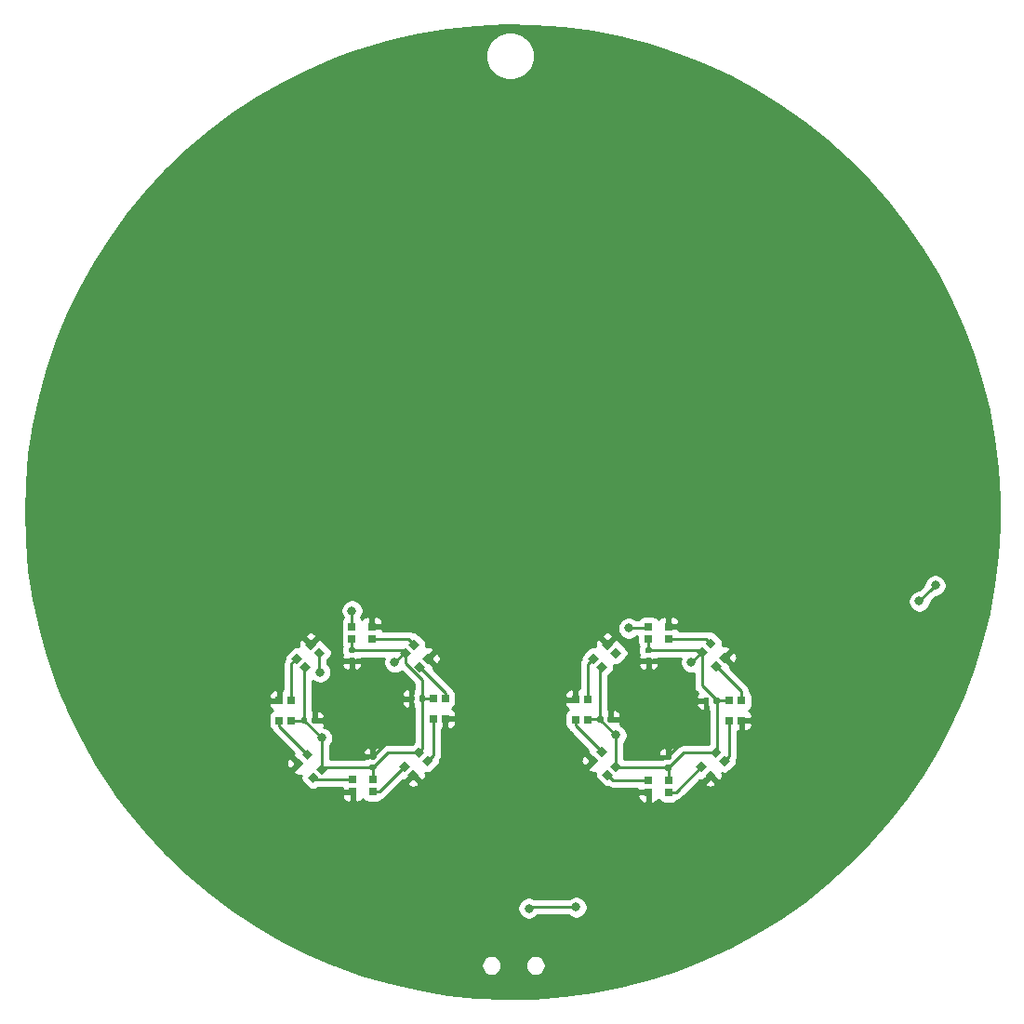
<source format=gtl>
G04 #@! TF.GenerationSoftware,KiCad,Pcbnew,5.1.10*
G04 #@! TF.CreationDate,2021-09-05T11:20:00+02:00*
G04 #@! TF.ProjectId,badge,62616467-652e-46b6-9963-61645f706362,rev?*
G04 #@! TF.SameCoordinates,Original*
G04 #@! TF.FileFunction,Copper,L1,Top*
G04 #@! TF.FilePolarity,Positive*
%FSLAX46Y46*%
G04 Gerber Fmt 4.6, Leading zero omitted, Abs format (unit mm)*
G04 Created by KiCad (PCBNEW 5.1.10) date 2021-09-05 11:20:00*
%MOMM*%
%LPD*%
G01*
G04 APERTURE LIST*
G04 #@! TA.AperFunction,SMDPad,CuDef*
%ADD10R,0.700000X0.700000*%
G04 #@! TD*
G04 #@! TA.AperFunction,SMDPad,CuDef*
%ADD11C,0.100000*%
G04 #@! TD*
G04 #@! TA.AperFunction,ViaPad*
%ADD12C,0.800000*%
G04 #@! TD*
G04 #@! TA.AperFunction,Conductor*
%ADD13C,0.250000*%
G04 #@! TD*
G04 #@! TA.AperFunction,Conductor*
%ADD14C,0.254000*%
G04 #@! TD*
G04 #@! TA.AperFunction,Conductor*
%ADD15C,0.100000*%
G04 #@! TD*
G04 APERTURE END LIST*
G04 #@! TA.AperFunction,SMDPad,CuDef*
G36*
G01*
X158880000Y-119070000D02*
X158880000Y-118730000D01*
G75*
G02*
X159020000Y-118590000I140000J0D01*
G01*
X159300000Y-118590000D01*
G75*
G02*
X159440000Y-118730000I0J-140000D01*
G01*
X159440000Y-119070000D01*
G75*
G02*
X159300000Y-119210000I-140000J0D01*
G01*
X159020000Y-119210000D01*
G75*
G02*
X158880000Y-119070000I0J140000D01*
G01*
G37*
G04 #@! TD.AperFunction*
G04 #@! TA.AperFunction,SMDPad,CuDef*
G36*
G01*
X157920000Y-119070000D02*
X157920000Y-118730000D01*
G75*
G02*
X158060000Y-118590000I140000J0D01*
G01*
X158340000Y-118590000D01*
G75*
G02*
X158480000Y-118730000I0J-140000D01*
G01*
X158480000Y-119070000D01*
G75*
G02*
X158340000Y-119210000I-140000J0D01*
G01*
X158060000Y-119210000D01*
G75*
G02*
X157920000Y-119070000I0J140000D01*
G01*
G37*
G04 #@! TD.AperFunction*
G04 #@! TA.AperFunction,SMDPad,CuDef*
G36*
G01*
X168120000Y-117030000D02*
X168120000Y-117370000D01*
G75*
G02*
X167980000Y-117510000I-140000J0D01*
G01*
X167700000Y-117510000D01*
G75*
G02*
X167560000Y-117370000I0J140000D01*
G01*
X167560000Y-117030000D01*
G75*
G02*
X167700000Y-116890000I140000J0D01*
G01*
X167980000Y-116890000D01*
G75*
G02*
X168120000Y-117030000I0J-140000D01*
G01*
G37*
G04 #@! TD.AperFunction*
G04 #@! TA.AperFunction,SMDPad,CuDef*
G36*
G01*
X169080000Y-117030000D02*
X169080000Y-117370000D01*
G75*
G02*
X168940000Y-117510000I-140000J0D01*
G01*
X168660000Y-117510000D01*
G75*
G02*
X168520000Y-117370000I0J140000D01*
G01*
X168520000Y-117030000D01*
G75*
G02*
X168660000Y-116890000I140000J0D01*
G01*
X168940000Y-116890000D01*
G75*
G02*
X169080000Y-117030000I0J-140000D01*
G01*
G37*
G04 #@! TD.AperFunction*
G04 #@! TA.AperFunction,SMDPad,CuDef*
G36*
G01*
X162430000Y-112320000D02*
X162770000Y-112320000D01*
G75*
G02*
X162910000Y-112460000I0J-140000D01*
G01*
X162910000Y-112740000D01*
G75*
G02*
X162770000Y-112880000I-140000J0D01*
G01*
X162430000Y-112880000D01*
G75*
G02*
X162290000Y-112740000I0J140000D01*
G01*
X162290000Y-112460000D01*
G75*
G02*
X162430000Y-112320000I140000J0D01*
G01*
G37*
G04 #@! TD.AperFunction*
G04 #@! TA.AperFunction,SMDPad,CuDef*
G36*
G01*
X162430000Y-113280000D02*
X162770000Y-113280000D01*
G75*
G02*
X162910000Y-113420000I0J-140000D01*
G01*
X162910000Y-113700000D01*
G75*
G02*
X162770000Y-113840000I-140000J0D01*
G01*
X162430000Y-113840000D01*
G75*
G02*
X162290000Y-113700000I0J140000D01*
G01*
X162290000Y-113420000D01*
G75*
G02*
X162430000Y-113280000I140000J0D01*
G01*
G37*
G04 #@! TD.AperFunction*
G04 #@! TA.AperFunction,SMDPad,CuDef*
G36*
G01*
X135430000Y-112320000D02*
X135770000Y-112320000D01*
G75*
G02*
X135910000Y-112460000I0J-140000D01*
G01*
X135910000Y-112740000D01*
G75*
G02*
X135770000Y-112880000I-140000J0D01*
G01*
X135430000Y-112880000D01*
G75*
G02*
X135290000Y-112740000I0J140000D01*
G01*
X135290000Y-112460000D01*
G75*
G02*
X135430000Y-112320000I140000J0D01*
G01*
G37*
G04 #@! TD.AperFunction*
G04 #@! TA.AperFunction,SMDPad,CuDef*
G36*
G01*
X135430000Y-113280000D02*
X135770000Y-113280000D01*
G75*
G02*
X135910000Y-113420000I0J-140000D01*
G01*
X135910000Y-113700000D01*
G75*
G02*
X135770000Y-113840000I-140000J0D01*
G01*
X135430000Y-113840000D01*
G75*
G02*
X135290000Y-113700000I0J140000D01*
G01*
X135290000Y-113420000D01*
G75*
G02*
X135430000Y-113280000I140000J0D01*
G01*
G37*
G04 #@! TD.AperFunction*
G04 #@! TA.AperFunction,SMDPad,CuDef*
G36*
G01*
X131930000Y-119170000D02*
X131930000Y-118830000D01*
G75*
G02*
X132070000Y-118690000I140000J0D01*
G01*
X132350000Y-118690000D01*
G75*
G02*
X132490000Y-118830000I0J-140000D01*
G01*
X132490000Y-119170000D01*
G75*
G02*
X132350000Y-119310000I-140000J0D01*
G01*
X132070000Y-119310000D01*
G75*
G02*
X131930000Y-119170000I0J140000D01*
G01*
G37*
G04 #@! TD.AperFunction*
G04 #@! TA.AperFunction,SMDPad,CuDef*
G36*
G01*
X130970000Y-119170000D02*
X130970000Y-118830000D01*
G75*
G02*
X131110000Y-118690000I140000J0D01*
G01*
X131390000Y-118690000D01*
G75*
G02*
X131530000Y-118830000I0J-140000D01*
G01*
X131530000Y-119170000D01*
G75*
G02*
X131390000Y-119310000I-140000J0D01*
G01*
X131110000Y-119310000D01*
G75*
G02*
X130970000Y-119170000I0J140000D01*
G01*
G37*
G04 #@! TD.AperFunction*
G04 #@! TA.AperFunction,SMDPad,CuDef*
G36*
G01*
X164570000Y-123580000D02*
X164230000Y-123580000D01*
G75*
G02*
X164090000Y-123440000I0J140000D01*
G01*
X164090000Y-123160000D01*
G75*
G02*
X164230000Y-123020000I140000J0D01*
G01*
X164570000Y-123020000D01*
G75*
G02*
X164710000Y-123160000I0J-140000D01*
G01*
X164710000Y-123440000D01*
G75*
G02*
X164570000Y-123580000I-140000J0D01*
G01*
G37*
G04 #@! TD.AperFunction*
G04 #@! TA.AperFunction,SMDPad,CuDef*
G36*
G01*
X164570000Y-122620000D02*
X164230000Y-122620000D01*
G75*
G02*
X164090000Y-122480000I0J140000D01*
G01*
X164090000Y-122200000D01*
G75*
G02*
X164230000Y-122060000I140000J0D01*
G01*
X164570000Y-122060000D01*
G75*
G02*
X164710000Y-122200000I0J-140000D01*
G01*
X164710000Y-122480000D01*
G75*
G02*
X164570000Y-122620000I-140000J0D01*
G01*
G37*
G04 #@! TD.AperFunction*
G04 #@! TA.AperFunction,SMDPad,CuDef*
G36*
G01*
X137670000Y-123530000D02*
X137330000Y-123530000D01*
G75*
G02*
X137190000Y-123390000I0J140000D01*
G01*
X137190000Y-123110000D01*
G75*
G02*
X137330000Y-122970000I140000J0D01*
G01*
X137670000Y-122970000D01*
G75*
G02*
X137810000Y-123110000I0J-140000D01*
G01*
X137810000Y-123390000D01*
G75*
G02*
X137670000Y-123530000I-140000J0D01*
G01*
G37*
G04 #@! TD.AperFunction*
G04 #@! TA.AperFunction,SMDPad,CuDef*
G36*
G01*
X137670000Y-122570000D02*
X137330000Y-122570000D01*
G75*
G02*
X137190000Y-122430000I0J140000D01*
G01*
X137190000Y-122150000D01*
G75*
G02*
X137330000Y-122010000I140000J0D01*
G01*
X137670000Y-122010000D01*
G75*
G02*
X137810000Y-122150000I0J-140000D01*
G01*
X137810000Y-122430000D01*
G75*
G02*
X137670000Y-122570000I-140000J0D01*
G01*
G37*
G04 #@! TD.AperFunction*
G04 #@! TA.AperFunction,SMDPad,CuDef*
G36*
G01*
X142280000Y-116830000D02*
X142280000Y-117170000D01*
G75*
G02*
X142140000Y-117310000I-140000J0D01*
G01*
X141860000Y-117310000D01*
G75*
G02*
X141720000Y-117170000I0J140000D01*
G01*
X141720000Y-116830000D01*
G75*
G02*
X141860000Y-116690000I140000J0D01*
G01*
X142140000Y-116690000D01*
G75*
G02*
X142280000Y-116830000I0J-140000D01*
G01*
G37*
G04 #@! TD.AperFunction*
G04 #@! TA.AperFunction,SMDPad,CuDef*
G36*
G01*
X141320000Y-116830000D02*
X141320000Y-117170000D01*
G75*
G02*
X141180000Y-117310000I-140000J0D01*
G01*
X140900000Y-117310000D01*
G75*
G02*
X140760000Y-117170000I0J140000D01*
G01*
X140760000Y-116830000D01*
G75*
G02*
X140900000Y-116690000I140000J0D01*
G01*
X141180000Y-116690000D01*
G75*
G02*
X141320000Y-116830000I0J-140000D01*
G01*
G37*
G04 #@! TD.AperFunction*
D10*
X137415000Y-111550000D03*
X137415000Y-110450000D03*
X135585000Y-110450000D03*
X135585000Y-111550000D03*
X162585000Y-111550000D03*
X162585000Y-110450000D03*
X164415000Y-110450000D03*
X164415000Y-111550000D03*
G04 #@! TA.AperFunction,SMDPad,CuDef*
D11*
G36*
X139969114Y-112841906D02*
G01*
X140464089Y-112346931D01*
X140959064Y-112841906D01*
X140464089Y-113336881D01*
X139969114Y-112841906D01*
G37*
G04 #@! TD.AperFunction*
G04 #@! TA.AperFunction,SMDPad,CuDef*
G36*
X140746931Y-112064089D02*
G01*
X141241906Y-111569114D01*
X141736881Y-112064089D01*
X141241906Y-112559064D01*
X140746931Y-112064089D01*
G37*
G04 #@! TD.AperFunction*
G04 #@! TA.AperFunction,SMDPad,CuDef*
G36*
X142040936Y-113358094D02*
G01*
X142535911Y-112863119D01*
X143030886Y-113358094D01*
X142535911Y-113853069D01*
X142040936Y-113358094D01*
G37*
G04 #@! TD.AperFunction*
G04 #@! TA.AperFunction,SMDPad,CuDef*
G36*
X141263119Y-114135911D02*
G01*
X141758094Y-113640936D01*
X142253069Y-114135911D01*
X141758094Y-114630886D01*
X141263119Y-114135911D01*
G37*
G04 #@! TD.AperFunction*
G04 #@! TA.AperFunction,SMDPad,CuDef*
G36*
X168263119Y-114035911D02*
G01*
X168758094Y-113540936D01*
X169253069Y-114035911D01*
X168758094Y-114530886D01*
X168263119Y-114035911D01*
G37*
G04 #@! TD.AperFunction*
G04 #@! TA.AperFunction,SMDPad,CuDef*
G36*
X169040936Y-113258094D02*
G01*
X169535911Y-112763119D01*
X170030886Y-113258094D01*
X169535911Y-113753069D01*
X169040936Y-113258094D01*
G37*
G04 #@! TD.AperFunction*
G04 #@! TA.AperFunction,SMDPad,CuDef*
G36*
X167746931Y-111964089D02*
G01*
X168241906Y-111469114D01*
X168736881Y-111964089D01*
X168241906Y-112459064D01*
X167746931Y-111964089D01*
G37*
G04 #@! TD.AperFunction*
G04 #@! TA.AperFunction,SMDPad,CuDef*
G36*
X166969114Y-112741906D02*
G01*
X167464089Y-112246931D01*
X167959064Y-112741906D01*
X167464089Y-113236881D01*
X166969114Y-112741906D01*
G37*
G04 #@! TD.AperFunction*
D10*
X143000000Y-118830000D03*
X144100000Y-118830000D03*
X144100000Y-117000000D03*
X143000000Y-117000000D03*
X169950000Y-117185000D03*
X171050000Y-117185000D03*
X171050000Y-119015000D03*
X169950000Y-119015000D03*
G04 #@! TA.AperFunction,SMDPad,CuDef*
D11*
G36*
X141694005Y-121411020D02*
G01*
X142188980Y-121905995D01*
X141694005Y-122400970D01*
X141199030Y-121905995D01*
X141694005Y-121411020D01*
G37*
G04 #@! TD.AperFunction*
G04 #@! TA.AperFunction,SMDPad,CuDef*
G36*
X142471822Y-122188837D02*
G01*
X142966797Y-122683812D01*
X142471822Y-123178787D01*
X141976847Y-122683812D01*
X142471822Y-122188837D01*
G37*
G04 #@! TD.AperFunction*
G04 #@! TA.AperFunction,SMDPad,CuDef*
G36*
X141177817Y-123482842D02*
G01*
X141672792Y-123977817D01*
X141177817Y-124472792D01*
X140682842Y-123977817D01*
X141177817Y-123482842D01*
G37*
G04 #@! TD.AperFunction*
G04 #@! TA.AperFunction,SMDPad,CuDef*
G36*
X140400000Y-122705025D02*
G01*
X140894975Y-123200000D01*
X140400000Y-123694975D01*
X139905025Y-123200000D01*
X140400000Y-122705025D01*
G37*
G04 #@! TD.AperFunction*
G04 #@! TA.AperFunction,SMDPad,CuDef*
G36*
X167428178Y-122721213D02*
G01*
X167923153Y-123216188D01*
X167428178Y-123711163D01*
X166933203Y-123216188D01*
X167428178Y-122721213D01*
G37*
G04 #@! TD.AperFunction*
G04 #@! TA.AperFunction,SMDPad,CuDef*
G36*
X168205995Y-123499030D02*
G01*
X168700970Y-123994005D01*
X168205995Y-124488980D01*
X167711020Y-123994005D01*
X168205995Y-123499030D01*
G37*
G04 #@! TD.AperFunction*
G04 #@! TA.AperFunction,SMDPad,CuDef*
G36*
X169500000Y-122205025D02*
G01*
X169994975Y-122700000D01*
X169500000Y-123194975D01*
X169005025Y-122700000D01*
X169500000Y-122205025D01*
G37*
G04 #@! TD.AperFunction*
G04 #@! TA.AperFunction,SMDPad,CuDef*
G36*
X168722183Y-121427208D02*
G01*
X169217158Y-121922183D01*
X168722183Y-122417158D01*
X168227208Y-121922183D01*
X168722183Y-121427208D01*
G37*
G04 #@! TD.AperFunction*
D10*
X135670000Y-124400000D03*
X135670000Y-125500000D03*
X137500000Y-125500000D03*
X137500000Y-124400000D03*
X164415000Y-124450000D03*
X164415000Y-125550000D03*
X162585000Y-125550000D03*
X162585000Y-124450000D03*
G04 #@! TA.AperFunction,SMDPad,CuDef*
D11*
G36*
X133330886Y-123408094D02*
G01*
X132835911Y-123903069D01*
X132340936Y-123408094D01*
X132835911Y-122913119D01*
X133330886Y-123408094D01*
G37*
G04 #@! TD.AperFunction*
G04 #@! TA.AperFunction,SMDPad,CuDef*
G36*
X132553069Y-124185911D02*
G01*
X132058094Y-124680886D01*
X131563119Y-124185911D01*
X132058094Y-123690936D01*
X132553069Y-124185911D01*
G37*
G04 #@! TD.AperFunction*
G04 #@! TA.AperFunction,SMDPad,CuDef*
G36*
X131259064Y-122891906D02*
G01*
X130764089Y-123386881D01*
X130269114Y-122891906D01*
X130764089Y-122396931D01*
X131259064Y-122891906D01*
G37*
G04 #@! TD.AperFunction*
G04 #@! TA.AperFunction,SMDPad,CuDef*
G36*
X132036881Y-122114089D02*
G01*
X131541906Y-122609064D01*
X131046931Y-122114089D01*
X131541906Y-121619114D01*
X132036881Y-122114089D01*
G37*
G04 #@! TD.AperFunction*
G04 #@! TA.AperFunction,SMDPad,CuDef*
G36*
X158836881Y-121864089D02*
G01*
X158341906Y-122359064D01*
X157846931Y-121864089D01*
X158341906Y-121369114D01*
X158836881Y-121864089D01*
G37*
G04 #@! TD.AperFunction*
G04 #@! TA.AperFunction,SMDPad,CuDef*
G36*
X158059064Y-122641906D02*
G01*
X157564089Y-123136881D01*
X157069114Y-122641906D01*
X157564089Y-122146931D01*
X158059064Y-122641906D01*
G37*
G04 #@! TD.AperFunction*
G04 #@! TA.AperFunction,SMDPad,CuDef*
G36*
X159353069Y-123935911D02*
G01*
X158858094Y-124430886D01*
X158363119Y-123935911D01*
X158858094Y-123440936D01*
X159353069Y-123935911D01*
G37*
G04 #@! TD.AperFunction*
G04 #@! TA.AperFunction,SMDPad,CuDef*
G36*
X160130886Y-123158094D02*
G01*
X159635911Y-123653069D01*
X159140936Y-123158094D01*
X159635911Y-122663119D01*
X160130886Y-123158094D01*
G37*
G04 #@! TD.AperFunction*
D10*
X130100000Y-117170000D03*
X129000000Y-117170000D03*
X129000000Y-119000000D03*
X130100000Y-119000000D03*
X157050000Y-118915000D03*
X155950000Y-118915000D03*
X155950000Y-117085000D03*
X157050000Y-117085000D03*
G04 #@! TA.AperFunction,SMDPad,CuDef*
D11*
G36*
X132635911Y-113336881D02*
G01*
X132140936Y-112841906D01*
X132635911Y-112346931D01*
X133130886Y-112841906D01*
X132635911Y-113336881D01*
G37*
G04 #@! TD.AperFunction*
G04 #@! TA.AperFunction,SMDPad,CuDef*
G36*
X131858094Y-112559064D02*
G01*
X131363119Y-112064089D01*
X131858094Y-111569114D01*
X132353069Y-112064089D01*
X131858094Y-112559064D01*
G37*
G04 #@! TD.AperFunction*
G04 #@! TA.AperFunction,SMDPad,CuDef*
G36*
X130564089Y-113853069D02*
G01*
X130069114Y-113358094D01*
X130564089Y-112863119D01*
X131059064Y-113358094D01*
X130564089Y-113853069D01*
G37*
G04 #@! TD.AperFunction*
G04 #@! TA.AperFunction,SMDPad,CuDef*
G36*
X131341906Y-114630886D02*
G01*
X130846931Y-114135911D01*
X131341906Y-113640936D01*
X131836881Y-114135911D01*
X131341906Y-114630886D01*
G37*
G04 #@! TD.AperFunction*
G04 #@! TA.AperFunction,SMDPad,CuDef*
G36*
X158341906Y-114630886D02*
G01*
X157846931Y-114135911D01*
X158341906Y-113640936D01*
X158836881Y-114135911D01*
X158341906Y-114630886D01*
G37*
G04 #@! TD.AperFunction*
G04 #@! TA.AperFunction,SMDPad,CuDef*
G36*
X157564089Y-113853069D02*
G01*
X157069114Y-113358094D01*
X157564089Y-112863119D01*
X158059064Y-113358094D01*
X157564089Y-113853069D01*
G37*
G04 #@! TD.AperFunction*
G04 #@! TA.AperFunction,SMDPad,CuDef*
G36*
X158858094Y-112559064D02*
G01*
X158363119Y-112064089D01*
X158858094Y-111569114D01*
X159353069Y-112064089D01*
X158858094Y-112559064D01*
G37*
G04 #@! TD.AperFunction*
G04 #@! TA.AperFunction,SMDPad,CuDef*
G36*
X159635911Y-113336881D02*
G01*
X159140936Y-112841906D01*
X159635911Y-112346931D01*
X160130886Y-112841906D01*
X159635911Y-113336881D01*
G37*
G04 #@! TD.AperFunction*
D12*
X140100000Y-120800000D03*
X143600000Y-124300000D03*
X165600000Y-121000000D03*
X169600000Y-125300000D03*
X155300000Y-141200000D03*
X145200000Y-141200000D03*
X144600000Y-128700000D03*
X191600000Y-106400000D03*
X132835911Y-120593537D03*
X139500000Y-113700000D03*
X159635911Y-120343537D03*
X166500000Y-113700000D03*
X188700000Y-106699998D03*
X187250000Y-108150000D03*
X135600000Y-109000000D03*
X156000000Y-136000000D03*
X151700000Y-136100000D03*
X160800000Y-110600000D03*
X132700000Y-114600004D03*
D13*
X138990000Y-120800000D02*
X140100000Y-120800000D01*
X137500000Y-122290000D02*
X138990000Y-120800000D01*
X164400000Y-122200000D02*
X165600000Y-121000000D01*
X164400000Y-122340000D02*
X164400000Y-122200000D01*
X162600000Y-111565000D02*
X162585000Y-111550000D01*
X162600000Y-112600000D02*
X162600000Y-111565000D01*
X169935000Y-117200000D02*
X169950000Y-117185000D01*
X168800000Y-117200000D02*
X169935000Y-117200000D01*
X157065000Y-118900000D02*
X157050000Y-118915000D01*
X158200000Y-118900000D02*
X157065000Y-118900000D01*
X164400000Y-124435000D02*
X164415000Y-124450000D01*
X164400000Y-123300000D02*
X164400000Y-124435000D01*
X158200000Y-118907626D02*
X158200000Y-118900000D01*
X159635911Y-120343537D02*
X158200000Y-118907626D01*
X159635911Y-123158094D02*
X159635911Y-120343537D01*
X159777817Y-123300000D02*
X159635911Y-123158094D01*
X164400000Y-123300000D02*
X159777817Y-123300000D01*
X164407626Y-123300000D02*
X164400000Y-123300000D01*
X165785443Y-121922183D02*
X164407626Y-123300000D01*
X168722183Y-121922183D02*
X165785443Y-121922183D01*
X168800000Y-121844366D02*
X168722183Y-121922183D01*
X168800000Y-117200000D02*
X168800000Y-121844366D01*
X167322183Y-112600000D02*
X167464089Y-112741906D01*
X162600000Y-112600000D02*
X167322183Y-112600000D01*
X168800000Y-117192374D02*
X168800000Y-117200000D01*
X167464089Y-115856463D02*
X168800000Y-117192374D01*
X167464089Y-112741906D02*
X167464089Y-115856463D01*
X158200000Y-114277817D02*
X158341906Y-114135911D01*
X158200000Y-118900000D02*
X158200000Y-114277817D01*
X137500000Y-123250000D02*
X137500000Y-124400000D01*
X142000000Y-117000000D02*
X143000000Y-117000000D01*
X131250000Y-119000000D02*
X130100000Y-119000000D01*
X135600000Y-111565000D02*
X135585000Y-111550000D01*
X135600000Y-112600000D02*
X135600000Y-111565000D01*
X140222183Y-112600000D02*
X140464089Y-112841906D01*
X135600000Y-112600000D02*
X140222183Y-112600000D01*
X142000000Y-115332427D02*
X142000000Y-117000000D01*
X140464089Y-113796516D02*
X142000000Y-115332427D01*
X140464089Y-112841906D02*
X140464089Y-113796516D01*
X142000000Y-121600000D02*
X141694005Y-121905995D01*
X142000000Y-117000000D02*
X142000000Y-121600000D01*
X138851631Y-121905995D02*
X137507626Y-123250000D01*
X137507626Y-123250000D02*
X137500000Y-123250000D01*
X141694005Y-121905995D02*
X138851631Y-121905995D01*
X132994005Y-123250000D02*
X132835911Y-123408094D01*
X137500000Y-123250000D02*
X132994005Y-123250000D01*
X131250000Y-119007626D02*
X131250000Y-119000000D01*
X132835911Y-120593537D02*
X131250000Y-119007626D01*
X132835911Y-123408094D02*
X132835911Y-120593537D01*
X131250000Y-114227817D02*
X131341906Y-114135911D01*
X131250000Y-119000000D02*
X131250000Y-114227817D01*
X140358094Y-112841906D02*
X139500000Y-113700000D01*
X140464089Y-112841906D02*
X140358094Y-112841906D01*
X167458094Y-112741906D02*
X166500000Y-113700000D01*
X167464089Y-112741906D02*
X167458094Y-112741906D01*
X188700000Y-106699998D02*
X188300001Y-107099999D01*
X188300001Y-107099999D02*
X187250000Y-108150000D01*
X140727817Y-111550000D02*
X141241906Y-112064089D01*
X137415000Y-111550000D02*
X140727817Y-111550000D01*
X135600000Y-110435000D02*
X135585000Y-110450000D01*
X135600000Y-109000000D02*
X135600000Y-110435000D01*
X157050000Y-113872183D02*
X157564089Y-113358094D01*
X157050000Y-117085000D02*
X157050000Y-113872183D01*
X144100000Y-116477817D02*
X144100000Y-117000000D01*
X141758094Y-114135911D02*
X144100000Y-116477817D01*
X143000000Y-122155634D02*
X142471822Y-122683812D01*
X143000000Y-118830000D02*
X143000000Y-122155634D01*
X138100000Y-125500000D02*
X137500000Y-125500000D01*
X140400000Y-123200000D02*
X138100000Y-125500000D01*
X132272183Y-124400000D02*
X132058094Y-124185911D01*
X135670000Y-124400000D02*
X132272183Y-124400000D01*
X129000000Y-119572183D02*
X129000000Y-119000000D01*
X131541906Y-122114089D02*
X129000000Y-119572183D01*
X130100000Y-113822183D02*
X130564089Y-113358094D01*
X130100000Y-117170000D02*
X130100000Y-113822183D01*
X167827817Y-111550000D02*
X168241906Y-111964089D01*
X164415000Y-111550000D02*
X167827817Y-111550000D01*
X171050000Y-116327817D02*
X171050000Y-117185000D01*
X168758094Y-114035911D02*
X171050000Y-116327817D01*
X169950000Y-122250000D02*
X169500000Y-122700000D01*
X169950000Y-119015000D02*
X169950000Y-122250000D01*
X165094366Y-125550000D02*
X164415000Y-125550000D01*
X167428178Y-123216188D02*
X165094366Y-125550000D01*
X159372183Y-124450000D02*
X158858094Y-123935911D01*
X162585000Y-124450000D02*
X159372183Y-124450000D01*
X155950000Y-119472183D02*
X155950000Y-118915000D01*
X158341906Y-121864089D02*
X155950000Y-119472183D01*
X156000000Y-136000000D02*
X151800000Y-136000000D01*
X151800000Y-136000000D02*
X151700000Y-136100000D01*
X162435000Y-110600000D02*
X162585000Y-110450000D01*
X160800000Y-110600000D02*
X162435000Y-110600000D01*
X132635911Y-114535915D02*
X132700000Y-114600004D01*
X132635911Y-112841906D02*
X132635911Y-114535915D01*
D14*
X152187063Y-55754597D02*
X154829566Y-55952625D01*
X157455495Y-56308332D01*
X160055452Y-56820443D01*
X162620129Y-57487126D01*
X165140345Y-58305993D01*
X167607079Y-59274115D01*
X170011499Y-60388025D01*
X172345000Y-61643735D01*
X174599227Y-63036751D01*
X176766112Y-64562085D01*
X178837896Y-66214278D01*
X180807165Y-67987415D01*
X182666867Y-69875149D01*
X184410347Y-71870723D01*
X186031363Y-73966991D01*
X187524111Y-76156451D01*
X188883249Y-78431265D01*
X190103911Y-80783289D01*
X191181727Y-83204104D01*
X192112840Y-85685044D01*
X192893915Y-88217228D01*
X193522157Y-90791591D01*
X193995317Y-93398918D01*
X194311701Y-96029875D01*
X194470177Y-98675044D01*
X194470177Y-101324956D01*
X194311701Y-103970125D01*
X193995317Y-106601082D01*
X193522157Y-109208409D01*
X192893915Y-111782772D01*
X192112840Y-114314956D01*
X191181727Y-116795896D01*
X190103911Y-119216711D01*
X188883249Y-121568735D01*
X187524111Y-123843549D01*
X186031363Y-126033009D01*
X184410347Y-128129277D01*
X182666867Y-130124851D01*
X180807165Y-132012585D01*
X178837896Y-133785722D01*
X176766112Y-135437915D01*
X174599227Y-136963249D01*
X172345000Y-138356265D01*
X170011499Y-139611975D01*
X167607079Y-140725885D01*
X165140345Y-141694007D01*
X162620129Y-142512874D01*
X160055452Y-143179557D01*
X157455495Y-143691668D01*
X154829566Y-144047375D01*
X152187063Y-144245403D01*
X149537448Y-144285044D01*
X146890204Y-144166156D01*
X144254809Y-143889165D01*
X141640695Y-143455062D01*
X139057222Y-142865401D01*
X136513637Y-142122293D01*
X134019046Y-141228398D01*
X133971115Y-141207911D01*
X147365000Y-141207911D01*
X147365000Y-141392089D01*
X147400932Y-141572729D01*
X147471414Y-141742889D01*
X147573738Y-141896028D01*
X147703972Y-142026262D01*
X147857111Y-142128586D01*
X148027271Y-142199068D01*
X148207911Y-142235000D01*
X148392089Y-142235000D01*
X148572729Y-142199068D01*
X148742889Y-142128586D01*
X148896028Y-142026262D01*
X149026262Y-141896028D01*
X149128586Y-141742889D01*
X149199068Y-141572729D01*
X149235000Y-141392089D01*
X149235000Y-141207911D01*
X151365000Y-141207911D01*
X151365000Y-141392089D01*
X151400932Y-141572729D01*
X151471414Y-141742889D01*
X151573738Y-141896028D01*
X151703972Y-142026262D01*
X151857111Y-142128586D01*
X152027271Y-142199068D01*
X152207911Y-142235000D01*
X152392089Y-142235000D01*
X152572729Y-142199068D01*
X152742889Y-142128586D01*
X152896028Y-142026262D01*
X153026262Y-141896028D01*
X153128586Y-141742889D01*
X153199068Y-141572729D01*
X153235000Y-141392089D01*
X153235000Y-141207911D01*
X153199068Y-141027271D01*
X153128586Y-140857111D01*
X153026262Y-140703972D01*
X152896028Y-140573738D01*
X152742889Y-140471414D01*
X152572729Y-140400932D01*
X152392089Y-140365000D01*
X152207911Y-140365000D01*
X152027271Y-140400932D01*
X151857111Y-140471414D01*
X151703972Y-140573738D01*
X151573738Y-140703972D01*
X151471414Y-140857111D01*
X151400932Y-141027271D01*
X151365000Y-141207911D01*
X149235000Y-141207911D01*
X149199068Y-141027271D01*
X149128586Y-140857111D01*
X149026262Y-140703972D01*
X148896028Y-140573738D01*
X148742889Y-140471414D01*
X148572729Y-140400932D01*
X148392089Y-140365000D01*
X148207911Y-140365000D01*
X148027271Y-140400932D01*
X147857111Y-140471414D01*
X147703972Y-140573738D01*
X147573738Y-140703972D01*
X147471414Y-140857111D01*
X147400932Y-141027271D01*
X147365000Y-141207911D01*
X133971115Y-141207911D01*
X131582378Y-140186917D01*
X129212357Y-139001576D01*
X126917466Y-137676620D01*
X124705920Y-136216792D01*
X124414144Y-135998061D01*
X150665000Y-135998061D01*
X150665000Y-136201939D01*
X150704774Y-136401898D01*
X150782795Y-136590256D01*
X150896063Y-136759774D01*
X151040226Y-136903937D01*
X151209744Y-137017205D01*
X151398102Y-137095226D01*
X151598061Y-137135000D01*
X151801939Y-137135000D01*
X152001898Y-137095226D01*
X152190256Y-137017205D01*
X152359774Y-136903937D01*
X152503711Y-136760000D01*
X155296289Y-136760000D01*
X155340226Y-136803937D01*
X155509744Y-136917205D01*
X155698102Y-136995226D01*
X155898061Y-137035000D01*
X156101939Y-137035000D01*
X156301898Y-136995226D01*
X156490256Y-136917205D01*
X156659774Y-136803937D01*
X156803937Y-136659774D01*
X156917205Y-136490256D01*
X156995226Y-136301898D01*
X157035000Y-136101939D01*
X157035000Y-135898061D01*
X156995226Y-135698102D01*
X156917205Y-135509744D01*
X156803937Y-135340226D01*
X156659774Y-135196063D01*
X156490256Y-135082795D01*
X156301898Y-135004774D01*
X156101939Y-134965000D01*
X155898061Y-134965000D01*
X155698102Y-135004774D01*
X155509744Y-135082795D01*
X155340226Y-135196063D01*
X155296289Y-135240000D01*
X152275870Y-135240000D01*
X152190256Y-135182795D01*
X152001898Y-135104774D01*
X151801939Y-135065000D01*
X151598061Y-135065000D01*
X151398102Y-135104774D01*
X151209744Y-135182795D01*
X151040226Y-135296063D01*
X150896063Y-135440226D01*
X150782795Y-135609744D01*
X150704774Y-135798102D01*
X150665000Y-135998061D01*
X124414144Y-135998061D01*
X122585637Y-134627316D01*
X120564205Y-132913884D01*
X118648863Y-131082629D01*
X116846465Y-129140106D01*
X115163464Y-127093269D01*
X114260177Y-125850000D01*
X134681928Y-125850000D01*
X134694188Y-125974482D01*
X134730498Y-126094180D01*
X134789463Y-126204494D01*
X134868815Y-126301185D01*
X134965506Y-126380537D01*
X135075820Y-126439502D01*
X135195518Y-126475812D01*
X135320000Y-126488072D01*
X135384250Y-126485000D01*
X135543000Y-126326250D01*
X135543000Y-125627000D01*
X134843750Y-125627000D01*
X134685000Y-125785750D01*
X134681928Y-125850000D01*
X114260177Y-125850000D01*
X113605885Y-124949445D01*
X112291479Y-122891906D01*
X129631042Y-122891906D01*
X129643303Y-123016387D01*
X129679612Y-123136086D01*
X129738576Y-123246400D01*
X129817929Y-123343091D01*
X129865533Y-123386350D01*
X130090039Y-123386350D01*
X130584484Y-122891906D01*
X130090039Y-122397462D01*
X129865533Y-122397462D01*
X129817929Y-122440721D01*
X129738576Y-122537412D01*
X129679612Y-122647726D01*
X129643303Y-122767425D01*
X129631042Y-122891906D01*
X112291479Y-122891906D01*
X112179303Y-122716309D01*
X110888825Y-120401854D01*
X109739072Y-118014366D01*
X109536462Y-117520000D01*
X128011928Y-117520000D01*
X128024188Y-117644482D01*
X128060498Y-117764180D01*
X128119463Y-117874494D01*
X128198815Y-117971185D01*
X128295506Y-118050537D01*
X128359981Y-118085000D01*
X128295506Y-118119463D01*
X128198815Y-118198815D01*
X128119463Y-118295506D01*
X128060498Y-118405820D01*
X128024188Y-118525518D01*
X128011928Y-118650000D01*
X128011928Y-119350000D01*
X128024188Y-119474482D01*
X128060498Y-119594180D01*
X128119463Y-119704494D01*
X128198815Y-119801185D01*
X128295506Y-119880537D01*
X128306087Y-119886193D01*
X128365026Y-119996459D01*
X128402105Y-120041639D01*
X128459999Y-120112184D01*
X128489003Y-120135987D01*
X130306171Y-121953156D01*
X130269645Y-121993350D01*
X130269645Y-122217856D01*
X130511827Y-122460038D01*
X130516394Y-122468583D01*
X130595746Y-122565274D01*
X130947179Y-122916707D01*
X130778231Y-123085654D01*
X130764089Y-123071511D01*
X130269645Y-123565956D01*
X130269645Y-123790462D01*
X130312904Y-123838066D01*
X130409595Y-123917419D01*
X130519909Y-123976383D01*
X130639608Y-124012692D01*
X130764089Y-124024953D01*
X130888570Y-124012692D01*
X130958529Y-123991471D01*
X130937307Y-124061429D01*
X130925047Y-124185911D01*
X130937307Y-124310393D01*
X130973617Y-124430091D01*
X131032582Y-124540405D01*
X131111934Y-124637096D01*
X131606909Y-125132071D01*
X131703600Y-125211423D01*
X131813914Y-125270388D01*
X131933612Y-125306698D01*
X132058094Y-125318958D01*
X132182576Y-125306698D01*
X132302274Y-125270388D01*
X132412588Y-125211423D01*
X132475247Y-125160000D01*
X134682406Y-125160000D01*
X134685000Y-125214250D01*
X134843750Y-125373000D01*
X135186248Y-125373000D01*
X135195518Y-125375812D01*
X135320000Y-125388072D01*
X135817000Y-125388072D01*
X135817000Y-125627000D01*
X135797000Y-125627000D01*
X135797000Y-126326250D01*
X135955750Y-126485000D01*
X136020000Y-126488072D01*
X136144482Y-126475812D01*
X136264180Y-126439502D01*
X136374494Y-126380537D01*
X136471185Y-126301185D01*
X136550537Y-126204494D01*
X136585000Y-126140019D01*
X136619463Y-126204494D01*
X136698815Y-126301185D01*
X136795506Y-126380537D01*
X136905820Y-126439502D01*
X137025518Y-126475812D01*
X137150000Y-126488072D01*
X137850000Y-126488072D01*
X137974482Y-126475812D01*
X138094180Y-126439502D01*
X138204494Y-126380537D01*
X138301185Y-126301185D01*
X138375506Y-126210624D01*
X138392247Y-126205546D01*
X138524276Y-126134974D01*
X138640001Y-126040001D01*
X138663804Y-126010997D01*
X138774801Y-125900000D01*
X161596928Y-125900000D01*
X161609188Y-126024482D01*
X161645498Y-126144180D01*
X161704463Y-126254494D01*
X161783815Y-126351185D01*
X161880506Y-126430537D01*
X161990820Y-126489502D01*
X162110518Y-126525812D01*
X162235000Y-126538072D01*
X162299250Y-126535000D01*
X162458000Y-126376250D01*
X162458000Y-125677000D01*
X161758750Y-125677000D01*
X161600000Y-125835750D01*
X161596928Y-125900000D01*
X138774801Y-125900000D01*
X140022934Y-124651867D01*
X140683373Y-124651867D01*
X140683373Y-124876373D01*
X140726632Y-124923977D01*
X140823323Y-125003330D01*
X140933637Y-125062294D01*
X141053336Y-125098603D01*
X141177817Y-125110864D01*
X141302298Y-125098603D01*
X141421997Y-125062294D01*
X141532311Y-125003330D01*
X141629002Y-124923977D01*
X141672261Y-124876373D01*
X141672261Y-124651867D01*
X141177817Y-124157422D01*
X140683373Y-124651867D01*
X140022934Y-124651867D01*
X140239066Y-124435735D01*
X140279261Y-124472261D01*
X140503767Y-124472261D01*
X140745949Y-124230079D01*
X140754494Y-124225512D01*
X140851185Y-124146160D01*
X141202618Y-123794728D01*
X141371565Y-123963675D01*
X141357422Y-123977817D01*
X141851867Y-124472261D01*
X142076373Y-124472261D01*
X142123977Y-124429002D01*
X142203330Y-124332311D01*
X142262294Y-124221997D01*
X142298603Y-124102298D01*
X142310864Y-123977817D01*
X142298603Y-123853336D01*
X142277382Y-123783377D01*
X142347340Y-123804599D01*
X142471822Y-123816859D01*
X142596304Y-123804599D01*
X142716002Y-123768289D01*
X142826316Y-123709324D01*
X142923007Y-123629972D01*
X143417982Y-123134997D01*
X143497334Y-123038306D01*
X143556299Y-122927992D01*
X143592609Y-122808294D01*
X143604869Y-122683812D01*
X143600742Y-122641906D01*
X156431042Y-122641906D01*
X156443303Y-122766387D01*
X156479612Y-122886086D01*
X156538576Y-122996400D01*
X156617929Y-123093091D01*
X156665533Y-123136350D01*
X156890039Y-123136350D01*
X157384484Y-122641906D01*
X156890039Y-122147462D01*
X156665533Y-122147462D01*
X156617929Y-122190721D01*
X156538576Y-122287412D01*
X156479612Y-122397726D01*
X156443303Y-122517425D01*
X156431042Y-122641906D01*
X143600742Y-122641906D01*
X143598958Y-122623796D01*
X143634973Y-122579911D01*
X143634974Y-122579910D01*
X143705546Y-122447881D01*
X143749003Y-122304620D01*
X143760000Y-122192967D01*
X143760000Y-122192958D01*
X143763676Y-122155635D01*
X143760000Y-122118312D01*
X143760000Y-119817594D01*
X143814250Y-119815000D01*
X143973000Y-119656250D01*
X143973000Y-119313752D01*
X143975812Y-119304482D01*
X143988072Y-119180000D01*
X143988072Y-118957000D01*
X144227000Y-118957000D01*
X144227000Y-119656250D01*
X144385750Y-119815000D01*
X144450000Y-119818072D01*
X144574482Y-119805812D01*
X144694180Y-119769502D01*
X144804494Y-119710537D01*
X144901185Y-119631185D01*
X144980537Y-119534494D01*
X145039502Y-119424180D01*
X145075812Y-119304482D01*
X145088072Y-119180000D01*
X145085000Y-119115750D01*
X144926250Y-118957000D01*
X144227000Y-118957000D01*
X143988072Y-118957000D01*
X143988072Y-118683000D01*
X144227000Y-118683000D01*
X144227000Y-118703000D01*
X144926250Y-118703000D01*
X145085000Y-118544250D01*
X145088072Y-118480000D01*
X145075812Y-118355518D01*
X145039502Y-118235820D01*
X144980537Y-118125506D01*
X144901185Y-118028815D01*
X144804494Y-117949463D01*
X144740019Y-117915000D01*
X144804494Y-117880537D01*
X144901185Y-117801185D01*
X144980537Y-117704494D01*
X145039502Y-117594180D01*
X145075812Y-117474482D01*
X145079700Y-117435000D01*
X154961928Y-117435000D01*
X154974188Y-117559482D01*
X155010498Y-117679180D01*
X155069463Y-117789494D01*
X155148815Y-117886185D01*
X155245506Y-117965537D01*
X155309981Y-118000000D01*
X155245506Y-118034463D01*
X155148815Y-118113815D01*
X155069463Y-118210506D01*
X155010498Y-118320820D01*
X154974188Y-118440518D01*
X154961928Y-118565000D01*
X154961928Y-119265000D01*
X154974188Y-119389482D01*
X155010498Y-119509180D01*
X155069463Y-119619494D01*
X155148815Y-119716185D01*
X155245506Y-119795537D01*
X155267312Y-119807193D01*
X155315026Y-119896459D01*
X155345115Y-119933122D01*
X155409999Y-120012184D01*
X155439003Y-120035987D01*
X157106171Y-121703155D01*
X157069645Y-121743350D01*
X157069645Y-121967856D01*
X157311827Y-122210038D01*
X157316394Y-122218583D01*
X157395746Y-122315274D01*
X157747179Y-122666707D01*
X157578231Y-122835654D01*
X157564089Y-122821511D01*
X157069645Y-123315956D01*
X157069645Y-123540462D01*
X157112904Y-123588066D01*
X157209595Y-123667419D01*
X157319909Y-123726383D01*
X157439608Y-123762692D01*
X157564089Y-123774953D01*
X157688570Y-123762692D01*
X157758529Y-123741471D01*
X157737307Y-123811429D01*
X157725047Y-123935911D01*
X157737307Y-124060393D01*
X157773617Y-124180091D01*
X157832582Y-124290405D01*
X157911934Y-124387096D01*
X158406909Y-124882071D01*
X158503600Y-124961423D01*
X158613914Y-125020388D01*
X158733612Y-125056698D01*
X158858094Y-125068958D01*
X158920859Y-125062776D01*
X158947907Y-125084974D01*
X159079936Y-125155546D01*
X159223197Y-125199003D01*
X159334850Y-125210000D01*
X159334858Y-125210000D01*
X159372183Y-125213676D01*
X159409508Y-125210000D01*
X161597406Y-125210000D01*
X161600000Y-125264250D01*
X161758750Y-125423000D01*
X162101248Y-125423000D01*
X162110518Y-125425812D01*
X162235000Y-125438072D01*
X162732000Y-125438072D01*
X162732000Y-125677000D01*
X162712000Y-125677000D01*
X162712000Y-126376250D01*
X162870750Y-126535000D01*
X162935000Y-126538072D01*
X163059482Y-126525812D01*
X163179180Y-126489502D01*
X163289494Y-126430537D01*
X163386185Y-126351185D01*
X163465537Y-126254494D01*
X163500000Y-126190019D01*
X163534463Y-126254494D01*
X163613815Y-126351185D01*
X163710506Y-126430537D01*
X163820820Y-126489502D01*
X163940518Y-126525812D01*
X164065000Y-126538072D01*
X164765000Y-126538072D01*
X164889482Y-126525812D01*
X165009180Y-126489502D01*
X165119494Y-126430537D01*
X165216185Y-126351185D01*
X165264199Y-126292679D01*
X165386613Y-126255546D01*
X165518642Y-126184974D01*
X165634367Y-126090001D01*
X165658170Y-126060997D01*
X167051112Y-124668055D01*
X167711551Y-124668055D01*
X167711551Y-124892561D01*
X167754810Y-124940165D01*
X167851501Y-125019518D01*
X167961815Y-125078482D01*
X168081514Y-125114791D01*
X168205995Y-125127052D01*
X168330476Y-125114791D01*
X168450175Y-125078482D01*
X168560489Y-125019518D01*
X168657180Y-124940165D01*
X168700439Y-124892561D01*
X168700439Y-124668055D01*
X168205995Y-124173610D01*
X167711551Y-124668055D01*
X167051112Y-124668055D01*
X167267244Y-124451923D01*
X167307439Y-124488449D01*
X167531945Y-124488449D01*
X167774127Y-124246267D01*
X167782672Y-124241700D01*
X167879363Y-124162348D01*
X168230796Y-123810916D01*
X168399743Y-123979863D01*
X168385600Y-123994005D01*
X168880045Y-124488449D01*
X169104551Y-124488449D01*
X169152155Y-124445190D01*
X169231508Y-124348499D01*
X169290472Y-124238185D01*
X169326781Y-124118486D01*
X169339042Y-123994005D01*
X169326781Y-123869524D01*
X169305560Y-123799565D01*
X169375518Y-123820787D01*
X169500000Y-123833047D01*
X169624482Y-123820787D01*
X169744180Y-123784477D01*
X169854494Y-123725512D01*
X169951185Y-123646160D01*
X170446160Y-123151185D01*
X170525512Y-123054494D01*
X170584477Y-122944180D01*
X170620787Y-122824482D01*
X170633047Y-122700000D01*
X170623428Y-122602335D01*
X170655546Y-122542247D01*
X170661348Y-122523120D01*
X170699003Y-122398986D01*
X170710000Y-122287333D01*
X170710000Y-122287324D01*
X170713676Y-122250001D01*
X170710000Y-122212678D01*
X170710000Y-120002594D01*
X170764250Y-120000000D01*
X170923000Y-119841250D01*
X170923000Y-119498752D01*
X170925812Y-119489482D01*
X170938072Y-119365000D01*
X170938072Y-119142000D01*
X171177000Y-119142000D01*
X171177000Y-119841250D01*
X171335750Y-120000000D01*
X171400000Y-120003072D01*
X171524482Y-119990812D01*
X171644180Y-119954502D01*
X171754494Y-119895537D01*
X171851185Y-119816185D01*
X171930537Y-119719494D01*
X171989502Y-119609180D01*
X172025812Y-119489482D01*
X172038072Y-119365000D01*
X172035000Y-119300750D01*
X171876250Y-119142000D01*
X171177000Y-119142000D01*
X170938072Y-119142000D01*
X170938072Y-118868000D01*
X171177000Y-118868000D01*
X171177000Y-118888000D01*
X171876250Y-118888000D01*
X172035000Y-118729250D01*
X172038072Y-118665000D01*
X172025812Y-118540518D01*
X171989502Y-118420820D01*
X171930537Y-118310506D01*
X171851185Y-118213815D01*
X171754494Y-118134463D01*
X171690019Y-118100000D01*
X171754494Y-118065537D01*
X171851185Y-117986185D01*
X171930537Y-117889494D01*
X171989502Y-117779180D01*
X172025812Y-117659482D01*
X172038072Y-117535000D01*
X172038072Y-116835000D01*
X172025812Y-116710518D01*
X171989502Y-116590820D01*
X171930537Y-116480506D01*
X171851185Y-116383815D01*
X171811379Y-116351147D01*
X171813677Y-116327817D01*
X171799003Y-116178831D01*
X171755546Y-116035570D01*
X171684974Y-115903541D01*
X171613799Y-115816814D01*
X171590001Y-115787816D01*
X171561004Y-115764019D01*
X169993829Y-114196845D01*
X170030355Y-114156650D01*
X170030355Y-113932144D01*
X169788173Y-113689962D01*
X169783606Y-113681417D01*
X169704254Y-113584726D01*
X169377622Y-113258094D01*
X169715516Y-113258094D01*
X170209961Y-113752538D01*
X170434467Y-113752538D01*
X170482071Y-113709279D01*
X170561424Y-113612588D01*
X170620388Y-113502274D01*
X170656697Y-113382575D01*
X170668958Y-113258094D01*
X170656697Y-113133613D01*
X170620388Y-113013914D01*
X170561424Y-112903600D01*
X170482071Y-112806909D01*
X170434467Y-112763650D01*
X170209961Y-112763650D01*
X169715516Y-113258094D01*
X169377622Y-113258094D01*
X169352822Y-113233294D01*
X169521769Y-113064346D01*
X169535911Y-113078489D01*
X170030355Y-112584044D01*
X170030355Y-112359538D01*
X169987096Y-112311934D01*
X169890405Y-112232581D01*
X169780091Y-112173617D01*
X169660392Y-112137308D01*
X169535911Y-112125047D01*
X169411430Y-112137308D01*
X169341471Y-112158529D01*
X169362693Y-112088571D01*
X169374953Y-111964089D01*
X169362693Y-111839607D01*
X169326383Y-111719909D01*
X169267418Y-111609595D01*
X169188066Y-111512904D01*
X168693091Y-111017929D01*
X168596400Y-110938577D01*
X168486086Y-110879612D01*
X168366388Y-110843302D01*
X168241906Y-110831042D01*
X168117424Y-110843302D01*
X168116845Y-110843478D01*
X167976803Y-110800997D01*
X167865150Y-110790000D01*
X167865139Y-110790000D01*
X167827817Y-110786324D01*
X167790495Y-110790000D01*
X165402594Y-110790000D01*
X165400000Y-110735750D01*
X165241250Y-110577000D01*
X164898752Y-110577000D01*
X164889482Y-110574188D01*
X164765000Y-110561928D01*
X164268000Y-110561928D01*
X164268000Y-110323000D01*
X164288000Y-110323000D01*
X164288000Y-109623750D01*
X164542000Y-109623750D01*
X164542000Y-110323000D01*
X165241250Y-110323000D01*
X165400000Y-110164250D01*
X165403072Y-110100000D01*
X165390812Y-109975518D01*
X165354502Y-109855820D01*
X165295537Y-109745506D01*
X165216185Y-109648815D01*
X165119494Y-109569463D01*
X165009180Y-109510498D01*
X164889482Y-109474188D01*
X164765000Y-109461928D01*
X164700750Y-109465000D01*
X164542000Y-109623750D01*
X164288000Y-109623750D01*
X164129250Y-109465000D01*
X164065000Y-109461928D01*
X163940518Y-109474188D01*
X163820820Y-109510498D01*
X163710506Y-109569463D01*
X163613815Y-109648815D01*
X163534463Y-109745506D01*
X163500000Y-109809981D01*
X163465537Y-109745506D01*
X163386185Y-109648815D01*
X163289494Y-109569463D01*
X163179180Y-109510498D01*
X163059482Y-109474188D01*
X162935000Y-109461928D01*
X162235000Y-109461928D01*
X162110518Y-109474188D01*
X161990820Y-109510498D01*
X161880506Y-109569463D01*
X161783815Y-109648815D01*
X161704463Y-109745506D01*
X161653954Y-109840000D01*
X161503711Y-109840000D01*
X161459774Y-109796063D01*
X161290256Y-109682795D01*
X161101898Y-109604774D01*
X160901939Y-109565000D01*
X160698061Y-109565000D01*
X160498102Y-109604774D01*
X160309744Y-109682795D01*
X160140226Y-109796063D01*
X159996063Y-109940226D01*
X159882795Y-110109744D01*
X159804774Y-110298102D01*
X159765000Y-110498061D01*
X159765000Y-110701939D01*
X159804774Y-110901898D01*
X159882795Y-111090256D01*
X159996063Y-111259774D01*
X160140226Y-111403937D01*
X160309744Y-111517205D01*
X160498102Y-111595226D01*
X160698061Y-111635000D01*
X160901939Y-111635000D01*
X161101898Y-111595226D01*
X161290256Y-111517205D01*
X161459774Y-111403937D01*
X161503711Y-111360000D01*
X161596928Y-111360000D01*
X161596928Y-111900000D01*
X161609188Y-112024482D01*
X161645498Y-112144180D01*
X161690880Y-112229082D01*
X161666878Y-112308206D01*
X161651928Y-112460000D01*
X161651928Y-112740000D01*
X161666878Y-112891794D01*
X161706828Y-113023491D01*
X161701623Y-113033122D01*
X161664765Y-113152652D01*
X161655000Y-113274250D01*
X161813750Y-113433000D01*
X162083892Y-113433000D01*
X162132245Y-113458845D01*
X162278206Y-113503122D01*
X162430000Y-113518072D01*
X162770000Y-113518072D01*
X162921794Y-113503122D01*
X163067755Y-113458845D01*
X163116108Y-113433000D01*
X163386250Y-113433000D01*
X163459250Y-113360000D01*
X165520556Y-113360000D01*
X165504774Y-113398102D01*
X165465000Y-113598061D01*
X165465000Y-113801939D01*
X165504774Y-114001898D01*
X165582795Y-114190256D01*
X165696063Y-114359774D01*
X165840226Y-114503937D01*
X166009744Y-114617205D01*
X166198102Y-114695226D01*
X166398061Y-114735000D01*
X166601939Y-114735000D01*
X166704090Y-114714681D01*
X166704090Y-115819131D01*
X166700413Y-115856463D01*
X166704090Y-115893796D01*
X166715087Y-116005449D01*
X166720771Y-116024188D01*
X166758543Y-116148709D01*
X166829115Y-116280739D01*
X166900290Y-116367465D01*
X166924089Y-116396464D01*
X166953087Y-116420262D01*
X167047092Y-116514267D01*
X167027844Y-116537941D01*
X166969386Y-116648524D01*
X166933625Y-116768387D01*
X166921935Y-116892923D01*
X166925000Y-116914250D01*
X167083750Y-117073000D01*
X167605824Y-117073000D01*
X167881928Y-117349104D01*
X167881928Y-117370000D01*
X167896878Y-117521794D01*
X167941155Y-117667755D01*
X167967000Y-117716108D01*
X167967000Y-117986250D01*
X168040000Y-118059250D01*
X168040001Y-121162183D01*
X165822765Y-121162183D01*
X165785442Y-121158507D01*
X165748119Y-121162183D01*
X165748110Y-121162183D01*
X165636457Y-121173180D01*
X165493196Y-121216637D01*
X165361167Y-121287209D01*
X165345128Y-121300372D01*
X165274439Y-121358384D01*
X165274435Y-121358388D01*
X165245442Y-121382182D01*
X165221648Y-121411175D01*
X165085732Y-121547091D01*
X165062059Y-121527844D01*
X164951476Y-121469386D01*
X164831613Y-121433625D01*
X164707077Y-121421935D01*
X164685750Y-121425000D01*
X164527000Y-121583750D01*
X164527000Y-122105824D01*
X164250896Y-122381928D01*
X164230000Y-122381928D01*
X164078206Y-122396878D01*
X163932245Y-122441155D01*
X163883892Y-122467000D01*
X163613750Y-122467000D01*
X163540750Y-122540000D01*
X160415162Y-122540000D01*
X160395911Y-122520749D01*
X160395911Y-122054250D01*
X163455000Y-122054250D01*
X163613750Y-122213000D01*
X164273000Y-122213000D01*
X164273000Y-121583750D01*
X164114250Y-121425000D01*
X164092923Y-121421935D01*
X163968387Y-121433625D01*
X163848524Y-121469386D01*
X163737941Y-121527844D01*
X163640887Y-121606753D01*
X163561092Y-121703079D01*
X163501623Y-121813122D01*
X163464765Y-121932652D01*
X163455000Y-122054250D01*
X160395911Y-122054250D01*
X160395911Y-121047248D01*
X160439848Y-121003311D01*
X160553116Y-120833793D01*
X160631137Y-120645435D01*
X160670911Y-120445476D01*
X160670911Y-120241598D01*
X160631137Y-120041639D01*
X160553116Y-119853281D01*
X160439848Y-119683763D01*
X160295685Y-119539600D01*
X160126167Y-119426332D01*
X160047800Y-119393871D01*
X160066375Y-119331613D01*
X160078065Y-119207077D01*
X160075000Y-119185750D01*
X159916250Y-119027000D01*
X159394175Y-119027000D01*
X159118072Y-118750897D01*
X159118072Y-118730000D01*
X159103122Y-118578206D01*
X159058845Y-118432245D01*
X159033000Y-118383892D01*
X159033000Y-118113750D01*
X159287000Y-118113750D01*
X159287000Y-118773000D01*
X159916250Y-118773000D01*
X160075000Y-118614250D01*
X160078065Y-118592923D01*
X160066375Y-118468387D01*
X160030614Y-118348524D01*
X159972156Y-118237941D01*
X159893247Y-118140887D01*
X159796921Y-118061092D01*
X159686878Y-118001623D01*
X159567348Y-117964765D01*
X159445750Y-117955000D01*
X159287000Y-118113750D01*
X159033000Y-118113750D01*
X158960000Y-118040750D01*
X158960000Y-117507077D01*
X166921935Y-117507077D01*
X166933625Y-117631613D01*
X166969386Y-117751476D01*
X167027844Y-117862059D01*
X167106753Y-117959113D01*
X167203079Y-118038908D01*
X167313122Y-118098377D01*
X167432652Y-118135235D01*
X167554250Y-118145000D01*
X167713000Y-117986250D01*
X167713000Y-117327000D01*
X167083750Y-117327000D01*
X166925000Y-117485750D01*
X166921935Y-117507077D01*
X158960000Y-117507077D01*
X158960000Y-114915162D01*
X159288066Y-114587096D01*
X159367418Y-114490405D01*
X159426383Y-114380091D01*
X159462693Y-114260393D01*
X159474953Y-114135911D01*
X159462693Y-114011429D01*
X159441472Y-113941472D01*
X159511429Y-113962693D01*
X159635911Y-113974953D01*
X159760393Y-113962693D01*
X159880091Y-113926383D01*
X159990405Y-113867418D01*
X160016807Y-113845750D01*
X161655000Y-113845750D01*
X161664765Y-113967348D01*
X161701623Y-114086878D01*
X161761092Y-114196921D01*
X161840887Y-114293247D01*
X161937941Y-114372156D01*
X162048524Y-114430614D01*
X162168387Y-114466375D01*
X162292923Y-114478065D01*
X162314250Y-114475000D01*
X162473000Y-114316250D01*
X162473000Y-113687000D01*
X162727000Y-113687000D01*
X162727000Y-114316250D01*
X162885750Y-114475000D01*
X162907077Y-114478065D01*
X163031613Y-114466375D01*
X163151476Y-114430614D01*
X163262059Y-114372156D01*
X163359113Y-114293247D01*
X163438908Y-114196921D01*
X163498377Y-114086878D01*
X163535235Y-113967348D01*
X163545000Y-113845750D01*
X163386250Y-113687000D01*
X162727000Y-113687000D01*
X162473000Y-113687000D01*
X161813750Y-113687000D01*
X161655000Y-113845750D01*
X160016807Y-113845750D01*
X160087096Y-113788066D01*
X160582071Y-113293091D01*
X160661423Y-113196400D01*
X160720388Y-113086086D01*
X160756698Y-112966388D01*
X160768958Y-112841906D01*
X160756698Y-112717424D01*
X160720388Y-112597726D01*
X160661423Y-112487412D01*
X160582071Y-112390721D01*
X160087096Y-111895746D01*
X159990405Y-111816394D01*
X159920808Y-111779193D01*
X159883607Y-111709595D01*
X159804254Y-111612904D01*
X159756650Y-111569645D01*
X159532144Y-111569645D01*
X159289962Y-111811827D01*
X159281417Y-111816394D01*
X159184726Y-111895746D01*
X158833294Y-112247179D01*
X158664346Y-112078231D01*
X158678489Y-112064089D01*
X158184044Y-111569645D01*
X157959538Y-111569645D01*
X157911934Y-111612904D01*
X157832581Y-111709595D01*
X157773617Y-111819909D01*
X157737308Y-111939608D01*
X157725047Y-112064089D01*
X157737308Y-112188570D01*
X157758529Y-112258529D01*
X157688571Y-112237307D01*
X157564089Y-112225047D01*
X157439607Y-112237307D01*
X157319909Y-112273617D01*
X157209595Y-112332582D01*
X157112904Y-112411934D01*
X156617929Y-112906909D01*
X156538577Y-113003600D01*
X156479612Y-113113914D01*
X156443302Y-113233612D01*
X156431042Y-113358094D01*
X156437224Y-113420859D01*
X156415026Y-113447907D01*
X156344454Y-113579937D01*
X156323098Y-113650341D01*
X156300998Y-113723197D01*
X156293085Y-113803541D01*
X156286324Y-113872183D01*
X156290001Y-113909515D01*
X156290000Y-116097406D01*
X156235750Y-116100000D01*
X156077000Y-116258750D01*
X156077000Y-116601248D01*
X156074188Y-116610518D01*
X156061928Y-116735000D01*
X156061928Y-117232000D01*
X155823000Y-117232000D01*
X155823000Y-117212000D01*
X155123750Y-117212000D01*
X154965000Y-117370750D01*
X154961928Y-117435000D01*
X145079700Y-117435000D01*
X145088072Y-117350000D01*
X145088072Y-116735000D01*
X154961928Y-116735000D01*
X154965000Y-116799250D01*
X155123750Y-116958000D01*
X155823000Y-116958000D01*
X155823000Y-116258750D01*
X155664250Y-116100000D01*
X155600000Y-116096928D01*
X155475518Y-116109188D01*
X155355820Y-116145498D01*
X155245506Y-116204463D01*
X155148815Y-116283815D01*
X155069463Y-116380506D01*
X155010498Y-116490820D01*
X154974188Y-116610518D01*
X154961928Y-116735000D01*
X145088072Y-116735000D01*
X145088072Y-116650000D01*
X145075812Y-116525518D01*
X145039502Y-116405820D01*
X144980537Y-116295506D01*
X144901185Y-116198815D01*
X144804494Y-116119463D01*
X144756497Y-116093808D01*
X144734974Y-116053541D01*
X144640001Y-115937816D01*
X144611004Y-115914019D01*
X142993829Y-114296845D01*
X143030355Y-114256650D01*
X143030355Y-114032144D01*
X142788173Y-113789962D01*
X142783606Y-113781417D01*
X142704254Y-113684726D01*
X142377622Y-113358094D01*
X142715516Y-113358094D01*
X143209961Y-113852538D01*
X143434467Y-113852538D01*
X143482071Y-113809279D01*
X143561424Y-113712588D01*
X143620388Y-113602274D01*
X143656697Y-113482575D01*
X143668958Y-113358094D01*
X143656697Y-113233613D01*
X143620388Y-113113914D01*
X143561424Y-113003600D01*
X143482071Y-112906909D01*
X143434467Y-112863650D01*
X143209961Y-112863650D01*
X142715516Y-113358094D01*
X142377622Y-113358094D01*
X142352822Y-113333294D01*
X142521769Y-113164346D01*
X142535911Y-113178489D01*
X143030355Y-112684044D01*
X143030355Y-112459538D01*
X142987096Y-112411934D01*
X142890405Y-112332581D01*
X142780091Y-112273617D01*
X142660392Y-112237308D01*
X142535911Y-112225047D01*
X142411430Y-112237308D01*
X142341471Y-112258529D01*
X142362693Y-112188571D01*
X142374953Y-112064089D01*
X142362693Y-111939607D01*
X142326383Y-111819909D01*
X142267418Y-111709595D01*
X142188066Y-111612904D01*
X141740695Y-111165533D01*
X158363650Y-111165533D01*
X158363650Y-111390039D01*
X158858094Y-111884484D01*
X159352538Y-111390039D01*
X159352538Y-111165533D01*
X159309279Y-111117929D01*
X159212588Y-111038576D01*
X159102274Y-110979612D01*
X158982575Y-110943303D01*
X158858094Y-110931042D01*
X158733613Y-110943303D01*
X158613914Y-110979612D01*
X158503600Y-111038576D01*
X158406909Y-111117929D01*
X158363650Y-111165533D01*
X141740695Y-111165533D01*
X141693091Y-111117929D01*
X141596400Y-111038577D01*
X141486086Y-110979612D01*
X141366388Y-110943302D01*
X141241906Y-110931042D01*
X141179141Y-110937224D01*
X141152093Y-110915026D01*
X141020064Y-110844454D01*
X140876803Y-110800997D01*
X140765150Y-110790000D01*
X140765139Y-110790000D01*
X140727817Y-110786324D01*
X140690495Y-110790000D01*
X138402594Y-110790000D01*
X138400000Y-110735750D01*
X138241250Y-110577000D01*
X137898752Y-110577000D01*
X137889482Y-110574188D01*
X137765000Y-110561928D01*
X137268000Y-110561928D01*
X137268000Y-110323000D01*
X137288000Y-110323000D01*
X137288000Y-109623750D01*
X137542000Y-109623750D01*
X137542000Y-110323000D01*
X138241250Y-110323000D01*
X138400000Y-110164250D01*
X138403072Y-110100000D01*
X138390812Y-109975518D01*
X138354502Y-109855820D01*
X138295537Y-109745506D01*
X138216185Y-109648815D01*
X138119494Y-109569463D01*
X138009180Y-109510498D01*
X137889482Y-109474188D01*
X137765000Y-109461928D01*
X137700750Y-109465000D01*
X137542000Y-109623750D01*
X137288000Y-109623750D01*
X137129250Y-109465000D01*
X137065000Y-109461928D01*
X136940518Y-109474188D01*
X136820820Y-109510498D01*
X136710506Y-109569463D01*
X136613815Y-109648815D01*
X136534463Y-109745506D01*
X136500000Y-109809981D01*
X136465537Y-109745506D01*
X136399127Y-109664584D01*
X136403937Y-109659774D01*
X136517205Y-109490256D01*
X136595226Y-109301898D01*
X136635000Y-109101939D01*
X136635000Y-108898061D01*
X136595226Y-108698102D01*
X136517205Y-108509744D01*
X136403937Y-108340226D01*
X136259774Y-108196063D01*
X136090256Y-108082795D01*
X136006402Y-108048061D01*
X186215000Y-108048061D01*
X186215000Y-108251939D01*
X186254774Y-108451898D01*
X186332795Y-108640256D01*
X186446063Y-108809774D01*
X186590226Y-108953937D01*
X186759744Y-109067205D01*
X186948102Y-109145226D01*
X187148061Y-109185000D01*
X187351939Y-109185000D01*
X187551898Y-109145226D01*
X187740256Y-109067205D01*
X187909774Y-108953937D01*
X188053937Y-108809774D01*
X188167205Y-108640256D01*
X188245226Y-108451898D01*
X188285000Y-108251939D01*
X188285000Y-108189801D01*
X188739804Y-107734998D01*
X188801939Y-107734998D01*
X189001898Y-107695224D01*
X189190256Y-107617203D01*
X189359774Y-107503935D01*
X189503937Y-107359772D01*
X189617205Y-107190254D01*
X189695226Y-107001896D01*
X189735000Y-106801937D01*
X189735000Y-106598059D01*
X189695226Y-106398100D01*
X189617205Y-106209742D01*
X189503937Y-106040224D01*
X189359774Y-105896061D01*
X189190256Y-105782793D01*
X189001898Y-105704772D01*
X188801939Y-105664998D01*
X188598061Y-105664998D01*
X188398102Y-105704772D01*
X188209744Y-105782793D01*
X188040226Y-105896061D01*
X187896063Y-106040224D01*
X187782795Y-106209742D01*
X187704774Y-106398100D01*
X187665000Y-106598059D01*
X187665000Y-106660198D01*
X187210199Y-107115000D01*
X187148061Y-107115000D01*
X186948102Y-107154774D01*
X186759744Y-107232795D01*
X186590226Y-107346063D01*
X186446063Y-107490226D01*
X186332795Y-107659744D01*
X186254774Y-107848102D01*
X186215000Y-108048061D01*
X136006402Y-108048061D01*
X135901898Y-108004774D01*
X135701939Y-107965000D01*
X135498061Y-107965000D01*
X135298102Y-108004774D01*
X135109744Y-108082795D01*
X134940226Y-108196063D01*
X134796063Y-108340226D01*
X134682795Y-108509744D01*
X134604774Y-108698102D01*
X134565000Y-108898061D01*
X134565000Y-109101939D01*
X134604774Y-109301898D01*
X134682795Y-109490256D01*
X134786996Y-109646204D01*
X134783815Y-109648815D01*
X134704463Y-109745506D01*
X134645498Y-109855820D01*
X134609188Y-109975518D01*
X134596928Y-110100000D01*
X134596928Y-110800000D01*
X134609188Y-110924482D01*
X134632096Y-111000000D01*
X134609188Y-111075518D01*
X134596928Y-111200000D01*
X134596928Y-111900000D01*
X134609188Y-112024482D01*
X134645498Y-112144180D01*
X134690880Y-112229082D01*
X134666878Y-112308206D01*
X134651928Y-112460000D01*
X134651928Y-112740000D01*
X134666878Y-112891794D01*
X134706828Y-113023491D01*
X134701623Y-113033122D01*
X134664765Y-113152652D01*
X134655000Y-113274250D01*
X134813750Y-113433000D01*
X135083892Y-113433000D01*
X135132245Y-113458845D01*
X135278206Y-113503122D01*
X135430000Y-113518072D01*
X135770000Y-113518072D01*
X135921794Y-113503122D01*
X136067755Y-113458845D01*
X136116108Y-113433000D01*
X136386250Y-113433000D01*
X136459250Y-113360000D01*
X138520556Y-113360000D01*
X138504774Y-113398102D01*
X138465000Y-113598061D01*
X138465000Y-113801939D01*
X138504774Y-114001898D01*
X138582795Y-114190256D01*
X138696063Y-114359774D01*
X138840226Y-114503937D01*
X139009744Y-114617205D01*
X139198102Y-114695226D01*
X139398061Y-114735000D01*
X139601939Y-114735000D01*
X139801898Y-114695226D01*
X139990256Y-114617205D01*
X140121969Y-114529197D01*
X141240000Y-115647229D01*
X141240000Y-116140750D01*
X141167000Y-116213750D01*
X141167000Y-116483892D01*
X141141155Y-116532245D01*
X141096878Y-116678206D01*
X141081928Y-116830000D01*
X141081928Y-117170000D01*
X141096878Y-117321794D01*
X141141155Y-117467755D01*
X141167000Y-117516108D01*
X141167000Y-117786250D01*
X141240000Y-117859250D01*
X141240001Y-120962654D01*
X141056660Y-121145995D01*
X138888953Y-121145995D01*
X138851630Y-121142319D01*
X138814307Y-121145995D01*
X138814298Y-121145995D01*
X138702645Y-121156992D01*
X138559384Y-121200449D01*
X138427354Y-121271021D01*
X138344811Y-121338763D01*
X138311630Y-121365994D01*
X138287832Y-121394992D01*
X138185733Y-121497092D01*
X138162059Y-121477844D01*
X138051476Y-121419386D01*
X137931613Y-121383625D01*
X137807077Y-121371935D01*
X137785750Y-121375000D01*
X137627000Y-121533750D01*
X137627000Y-122055825D01*
X137350897Y-122331928D01*
X137330000Y-122331928D01*
X137178206Y-122346878D01*
X137032245Y-122391155D01*
X136983892Y-122417000D01*
X136713750Y-122417000D01*
X136640750Y-122490000D01*
X133595911Y-122490000D01*
X133595911Y-122004250D01*
X136555000Y-122004250D01*
X136713750Y-122163000D01*
X137373000Y-122163000D01*
X137373000Y-121533750D01*
X137214250Y-121375000D01*
X137192923Y-121371935D01*
X137068387Y-121383625D01*
X136948524Y-121419386D01*
X136837941Y-121477844D01*
X136740887Y-121556753D01*
X136661092Y-121653079D01*
X136601623Y-121763122D01*
X136564765Y-121882652D01*
X136555000Y-122004250D01*
X133595911Y-122004250D01*
X133595911Y-121297248D01*
X133639848Y-121253311D01*
X133753116Y-121083793D01*
X133831137Y-120895435D01*
X133870911Y-120695476D01*
X133870911Y-120491598D01*
X133831137Y-120291639D01*
X133753116Y-120103281D01*
X133639848Y-119933763D01*
X133495685Y-119789600D01*
X133326167Y-119676332D01*
X133137809Y-119598311D01*
X133063653Y-119583561D01*
X133080614Y-119551476D01*
X133116375Y-119431613D01*
X133128065Y-119307077D01*
X133125000Y-119285750D01*
X132966250Y-119127000D01*
X132444175Y-119127000D01*
X132168072Y-118850897D01*
X132168072Y-118830000D01*
X132153122Y-118678206D01*
X132108845Y-118532245D01*
X132083000Y-118483892D01*
X132083000Y-118213750D01*
X132337000Y-118213750D01*
X132337000Y-118873000D01*
X132966250Y-118873000D01*
X133125000Y-118714250D01*
X133128065Y-118692923D01*
X133116375Y-118568387D01*
X133080614Y-118448524D01*
X133022156Y-118337941D01*
X132943247Y-118240887D01*
X132846921Y-118161092D01*
X132736878Y-118101623D01*
X132617348Y-118064765D01*
X132495750Y-118055000D01*
X132337000Y-118213750D01*
X132083000Y-118213750D01*
X132010000Y-118140750D01*
X132010000Y-117307077D01*
X140121935Y-117307077D01*
X140133625Y-117431613D01*
X140169386Y-117551476D01*
X140227844Y-117662059D01*
X140306753Y-117759113D01*
X140403079Y-117838908D01*
X140513122Y-117898377D01*
X140632652Y-117935235D01*
X140754250Y-117945000D01*
X140913000Y-117786250D01*
X140913000Y-117127000D01*
X140283750Y-117127000D01*
X140125000Y-117285750D01*
X140121935Y-117307077D01*
X132010000Y-117307077D01*
X132010000Y-116692923D01*
X140121935Y-116692923D01*
X140125000Y-116714250D01*
X140283750Y-116873000D01*
X140913000Y-116873000D01*
X140913000Y-116213750D01*
X140754250Y-116055000D01*
X140632652Y-116064765D01*
X140513122Y-116101623D01*
X140403079Y-116161092D01*
X140306753Y-116240887D01*
X140227844Y-116337941D01*
X140169386Y-116448524D01*
X140133625Y-116568387D01*
X140121935Y-116692923D01*
X132010000Y-116692923D01*
X132010000Y-115373715D01*
X132040226Y-115403941D01*
X132209744Y-115517209D01*
X132398102Y-115595230D01*
X132598061Y-115635004D01*
X132801939Y-115635004D01*
X133001898Y-115595230D01*
X133190256Y-115517209D01*
X133359774Y-115403941D01*
X133503937Y-115259778D01*
X133617205Y-115090260D01*
X133695226Y-114901902D01*
X133735000Y-114701943D01*
X133735000Y-114498065D01*
X133695226Y-114298106D01*
X133617205Y-114109748D01*
X133503937Y-113940230D01*
X133409457Y-113845750D01*
X134655000Y-113845750D01*
X134664765Y-113967348D01*
X134701623Y-114086878D01*
X134761092Y-114196921D01*
X134840887Y-114293247D01*
X134937941Y-114372156D01*
X135048524Y-114430614D01*
X135168387Y-114466375D01*
X135292923Y-114478065D01*
X135314250Y-114475000D01*
X135473000Y-114316250D01*
X135473000Y-113687000D01*
X135727000Y-113687000D01*
X135727000Y-114316250D01*
X135885750Y-114475000D01*
X135907077Y-114478065D01*
X136031613Y-114466375D01*
X136151476Y-114430614D01*
X136262059Y-114372156D01*
X136359113Y-114293247D01*
X136438908Y-114196921D01*
X136498377Y-114086878D01*
X136535235Y-113967348D01*
X136545000Y-113845750D01*
X136386250Y-113687000D01*
X135727000Y-113687000D01*
X135473000Y-113687000D01*
X134813750Y-113687000D01*
X134655000Y-113845750D01*
X133409457Y-113845750D01*
X133395911Y-113832204D01*
X133395911Y-113479251D01*
X133582071Y-113293091D01*
X133661423Y-113196400D01*
X133720388Y-113086086D01*
X133756698Y-112966388D01*
X133768958Y-112841906D01*
X133756698Y-112717424D01*
X133720388Y-112597726D01*
X133661423Y-112487412D01*
X133582071Y-112390721D01*
X133087096Y-111895746D01*
X132990405Y-111816394D01*
X132920808Y-111779193D01*
X132883607Y-111709595D01*
X132804254Y-111612904D01*
X132756650Y-111569645D01*
X132532144Y-111569645D01*
X132289962Y-111811827D01*
X132281417Y-111816394D01*
X132184726Y-111895746D01*
X131833294Y-112247179D01*
X131664346Y-112078231D01*
X131678489Y-112064089D01*
X131184044Y-111569645D01*
X130959538Y-111569645D01*
X130911934Y-111612904D01*
X130832581Y-111709595D01*
X130773617Y-111819909D01*
X130737308Y-111939608D01*
X130725047Y-112064089D01*
X130737308Y-112188570D01*
X130758529Y-112258529D01*
X130688571Y-112237307D01*
X130564089Y-112225047D01*
X130439607Y-112237307D01*
X130319909Y-112273617D01*
X130209595Y-112332582D01*
X130112904Y-112411934D01*
X129617929Y-112906909D01*
X129538577Y-113003600D01*
X129479612Y-113113914D01*
X129443302Y-113233612D01*
X129431042Y-113358094D01*
X129439641Y-113445399D01*
X129394454Y-113529937D01*
X129372512Y-113602274D01*
X129350998Y-113673197D01*
X129341777Y-113766815D01*
X129336324Y-113822183D01*
X129340001Y-113859515D01*
X129340000Y-116182406D01*
X129285750Y-116185000D01*
X129127000Y-116343750D01*
X129127000Y-116686248D01*
X129124188Y-116695518D01*
X129111928Y-116820000D01*
X129111928Y-117317000D01*
X128873000Y-117317000D01*
X128873000Y-117297000D01*
X128173750Y-117297000D01*
X128015000Y-117455750D01*
X128011928Y-117520000D01*
X109536462Y-117520000D01*
X109249575Y-116820000D01*
X128011928Y-116820000D01*
X128015000Y-116884250D01*
X128173750Y-117043000D01*
X128873000Y-117043000D01*
X128873000Y-116343750D01*
X128714250Y-116185000D01*
X128650000Y-116181928D01*
X128525518Y-116194188D01*
X128405820Y-116230498D01*
X128295506Y-116289463D01*
X128198815Y-116368815D01*
X128119463Y-116465506D01*
X128060498Y-116575820D01*
X128024188Y-116695518D01*
X128011928Y-116820000D01*
X109249575Y-116820000D01*
X108734158Y-115562391D01*
X107877680Y-113054707D01*
X107356302Y-111165533D01*
X131363650Y-111165533D01*
X131363650Y-111390039D01*
X131858094Y-111884484D01*
X132352538Y-111390039D01*
X132352538Y-111165533D01*
X132309279Y-111117929D01*
X132212588Y-111038576D01*
X132102274Y-110979612D01*
X131982575Y-110943303D01*
X131858094Y-110931042D01*
X131733613Y-110943303D01*
X131613914Y-110979612D01*
X131503600Y-111038576D01*
X131406909Y-111117929D01*
X131363650Y-111165533D01*
X107356302Y-111165533D01*
X107172706Y-110500290D01*
X106621759Y-107908285D01*
X106226810Y-105287970D01*
X105989273Y-102648726D01*
X105910000Y-100000000D01*
X105989273Y-97351274D01*
X106226810Y-94712030D01*
X106621759Y-92091715D01*
X107172706Y-89499710D01*
X107877680Y-86945293D01*
X108734158Y-84437609D01*
X109739072Y-81985634D01*
X110888825Y-79598146D01*
X112179303Y-77283691D01*
X113605885Y-75050555D01*
X115163464Y-72906731D01*
X116846465Y-70859894D01*
X118648863Y-68917371D01*
X120564205Y-67086116D01*
X122585637Y-65372684D01*
X124705920Y-63783208D01*
X126917466Y-62323380D01*
X129212357Y-60998424D01*
X131582378Y-59813083D01*
X134019046Y-58771602D01*
X135391315Y-58279872D01*
X147765000Y-58279872D01*
X147765000Y-58720128D01*
X147850890Y-59151925D01*
X148019369Y-59558669D01*
X148263962Y-59924729D01*
X148575271Y-60236038D01*
X148941331Y-60480631D01*
X149348075Y-60649110D01*
X149779872Y-60735000D01*
X150220128Y-60735000D01*
X150651925Y-60649110D01*
X151058669Y-60480631D01*
X151424729Y-60236038D01*
X151736038Y-59924729D01*
X151980631Y-59558669D01*
X152149110Y-59151925D01*
X152235000Y-58720128D01*
X152235000Y-58279872D01*
X152149110Y-57848075D01*
X151980631Y-57441331D01*
X151736038Y-57075271D01*
X151424729Y-56763962D01*
X151058669Y-56519369D01*
X150651925Y-56350890D01*
X150220128Y-56265000D01*
X149779872Y-56265000D01*
X149348075Y-56350890D01*
X148941331Y-56519369D01*
X148575271Y-56763962D01*
X148263962Y-57075271D01*
X148019369Y-57441331D01*
X147850890Y-57848075D01*
X147765000Y-58279872D01*
X135391315Y-58279872D01*
X136513637Y-57877707D01*
X139057222Y-57134599D01*
X141640695Y-56544938D01*
X144254809Y-56110835D01*
X146890204Y-55833844D01*
X149537448Y-55714956D01*
X152187063Y-55754597D01*
G04 #@! TA.AperFunction,Conductor*
D15*
G36*
X152187063Y-55754597D02*
G01*
X154829566Y-55952625D01*
X157455495Y-56308332D01*
X160055452Y-56820443D01*
X162620129Y-57487126D01*
X165140345Y-58305993D01*
X167607079Y-59274115D01*
X170011499Y-60388025D01*
X172345000Y-61643735D01*
X174599227Y-63036751D01*
X176766112Y-64562085D01*
X178837896Y-66214278D01*
X180807165Y-67987415D01*
X182666867Y-69875149D01*
X184410347Y-71870723D01*
X186031363Y-73966991D01*
X187524111Y-76156451D01*
X188883249Y-78431265D01*
X190103911Y-80783289D01*
X191181727Y-83204104D01*
X192112840Y-85685044D01*
X192893915Y-88217228D01*
X193522157Y-90791591D01*
X193995317Y-93398918D01*
X194311701Y-96029875D01*
X194470177Y-98675044D01*
X194470177Y-101324956D01*
X194311701Y-103970125D01*
X193995317Y-106601082D01*
X193522157Y-109208409D01*
X192893915Y-111782772D01*
X192112840Y-114314956D01*
X191181727Y-116795896D01*
X190103911Y-119216711D01*
X188883249Y-121568735D01*
X187524111Y-123843549D01*
X186031363Y-126033009D01*
X184410347Y-128129277D01*
X182666867Y-130124851D01*
X180807165Y-132012585D01*
X178837896Y-133785722D01*
X176766112Y-135437915D01*
X174599227Y-136963249D01*
X172345000Y-138356265D01*
X170011499Y-139611975D01*
X167607079Y-140725885D01*
X165140345Y-141694007D01*
X162620129Y-142512874D01*
X160055452Y-143179557D01*
X157455495Y-143691668D01*
X154829566Y-144047375D01*
X152187063Y-144245403D01*
X149537448Y-144285044D01*
X146890204Y-144166156D01*
X144254809Y-143889165D01*
X141640695Y-143455062D01*
X139057222Y-142865401D01*
X136513637Y-142122293D01*
X134019046Y-141228398D01*
X133971115Y-141207911D01*
X147365000Y-141207911D01*
X147365000Y-141392089D01*
X147400932Y-141572729D01*
X147471414Y-141742889D01*
X147573738Y-141896028D01*
X147703972Y-142026262D01*
X147857111Y-142128586D01*
X148027271Y-142199068D01*
X148207911Y-142235000D01*
X148392089Y-142235000D01*
X148572729Y-142199068D01*
X148742889Y-142128586D01*
X148896028Y-142026262D01*
X149026262Y-141896028D01*
X149128586Y-141742889D01*
X149199068Y-141572729D01*
X149235000Y-141392089D01*
X149235000Y-141207911D01*
X151365000Y-141207911D01*
X151365000Y-141392089D01*
X151400932Y-141572729D01*
X151471414Y-141742889D01*
X151573738Y-141896028D01*
X151703972Y-142026262D01*
X151857111Y-142128586D01*
X152027271Y-142199068D01*
X152207911Y-142235000D01*
X152392089Y-142235000D01*
X152572729Y-142199068D01*
X152742889Y-142128586D01*
X152896028Y-142026262D01*
X153026262Y-141896028D01*
X153128586Y-141742889D01*
X153199068Y-141572729D01*
X153235000Y-141392089D01*
X153235000Y-141207911D01*
X153199068Y-141027271D01*
X153128586Y-140857111D01*
X153026262Y-140703972D01*
X152896028Y-140573738D01*
X152742889Y-140471414D01*
X152572729Y-140400932D01*
X152392089Y-140365000D01*
X152207911Y-140365000D01*
X152027271Y-140400932D01*
X151857111Y-140471414D01*
X151703972Y-140573738D01*
X151573738Y-140703972D01*
X151471414Y-140857111D01*
X151400932Y-141027271D01*
X151365000Y-141207911D01*
X149235000Y-141207911D01*
X149199068Y-141027271D01*
X149128586Y-140857111D01*
X149026262Y-140703972D01*
X148896028Y-140573738D01*
X148742889Y-140471414D01*
X148572729Y-140400932D01*
X148392089Y-140365000D01*
X148207911Y-140365000D01*
X148027271Y-140400932D01*
X147857111Y-140471414D01*
X147703972Y-140573738D01*
X147573738Y-140703972D01*
X147471414Y-140857111D01*
X147400932Y-141027271D01*
X147365000Y-141207911D01*
X133971115Y-141207911D01*
X131582378Y-140186917D01*
X129212357Y-139001576D01*
X126917466Y-137676620D01*
X124705920Y-136216792D01*
X124414144Y-135998061D01*
X150665000Y-135998061D01*
X150665000Y-136201939D01*
X150704774Y-136401898D01*
X150782795Y-136590256D01*
X150896063Y-136759774D01*
X151040226Y-136903937D01*
X151209744Y-137017205D01*
X151398102Y-137095226D01*
X151598061Y-137135000D01*
X151801939Y-137135000D01*
X152001898Y-137095226D01*
X152190256Y-137017205D01*
X152359774Y-136903937D01*
X152503711Y-136760000D01*
X155296289Y-136760000D01*
X155340226Y-136803937D01*
X155509744Y-136917205D01*
X155698102Y-136995226D01*
X155898061Y-137035000D01*
X156101939Y-137035000D01*
X156301898Y-136995226D01*
X156490256Y-136917205D01*
X156659774Y-136803937D01*
X156803937Y-136659774D01*
X156917205Y-136490256D01*
X156995226Y-136301898D01*
X157035000Y-136101939D01*
X157035000Y-135898061D01*
X156995226Y-135698102D01*
X156917205Y-135509744D01*
X156803937Y-135340226D01*
X156659774Y-135196063D01*
X156490256Y-135082795D01*
X156301898Y-135004774D01*
X156101939Y-134965000D01*
X155898061Y-134965000D01*
X155698102Y-135004774D01*
X155509744Y-135082795D01*
X155340226Y-135196063D01*
X155296289Y-135240000D01*
X152275870Y-135240000D01*
X152190256Y-135182795D01*
X152001898Y-135104774D01*
X151801939Y-135065000D01*
X151598061Y-135065000D01*
X151398102Y-135104774D01*
X151209744Y-135182795D01*
X151040226Y-135296063D01*
X150896063Y-135440226D01*
X150782795Y-135609744D01*
X150704774Y-135798102D01*
X150665000Y-135998061D01*
X124414144Y-135998061D01*
X122585637Y-134627316D01*
X120564205Y-132913884D01*
X118648863Y-131082629D01*
X116846465Y-129140106D01*
X115163464Y-127093269D01*
X114260177Y-125850000D01*
X134681928Y-125850000D01*
X134694188Y-125974482D01*
X134730498Y-126094180D01*
X134789463Y-126204494D01*
X134868815Y-126301185D01*
X134965506Y-126380537D01*
X135075820Y-126439502D01*
X135195518Y-126475812D01*
X135320000Y-126488072D01*
X135384250Y-126485000D01*
X135543000Y-126326250D01*
X135543000Y-125627000D01*
X134843750Y-125627000D01*
X134685000Y-125785750D01*
X134681928Y-125850000D01*
X114260177Y-125850000D01*
X113605885Y-124949445D01*
X112291479Y-122891906D01*
X129631042Y-122891906D01*
X129643303Y-123016387D01*
X129679612Y-123136086D01*
X129738576Y-123246400D01*
X129817929Y-123343091D01*
X129865533Y-123386350D01*
X130090039Y-123386350D01*
X130584484Y-122891906D01*
X130090039Y-122397462D01*
X129865533Y-122397462D01*
X129817929Y-122440721D01*
X129738576Y-122537412D01*
X129679612Y-122647726D01*
X129643303Y-122767425D01*
X129631042Y-122891906D01*
X112291479Y-122891906D01*
X112179303Y-122716309D01*
X110888825Y-120401854D01*
X109739072Y-118014366D01*
X109536462Y-117520000D01*
X128011928Y-117520000D01*
X128024188Y-117644482D01*
X128060498Y-117764180D01*
X128119463Y-117874494D01*
X128198815Y-117971185D01*
X128295506Y-118050537D01*
X128359981Y-118085000D01*
X128295506Y-118119463D01*
X128198815Y-118198815D01*
X128119463Y-118295506D01*
X128060498Y-118405820D01*
X128024188Y-118525518D01*
X128011928Y-118650000D01*
X128011928Y-119350000D01*
X128024188Y-119474482D01*
X128060498Y-119594180D01*
X128119463Y-119704494D01*
X128198815Y-119801185D01*
X128295506Y-119880537D01*
X128306087Y-119886193D01*
X128365026Y-119996459D01*
X128402105Y-120041639D01*
X128459999Y-120112184D01*
X128489003Y-120135987D01*
X130306171Y-121953156D01*
X130269645Y-121993350D01*
X130269645Y-122217856D01*
X130511827Y-122460038D01*
X130516394Y-122468583D01*
X130595746Y-122565274D01*
X130947179Y-122916707D01*
X130778231Y-123085654D01*
X130764089Y-123071511D01*
X130269645Y-123565956D01*
X130269645Y-123790462D01*
X130312904Y-123838066D01*
X130409595Y-123917419D01*
X130519909Y-123976383D01*
X130639608Y-124012692D01*
X130764089Y-124024953D01*
X130888570Y-124012692D01*
X130958529Y-123991471D01*
X130937307Y-124061429D01*
X130925047Y-124185911D01*
X130937307Y-124310393D01*
X130973617Y-124430091D01*
X131032582Y-124540405D01*
X131111934Y-124637096D01*
X131606909Y-125132071D01*
X131703600Y-125211423D01*
X131813914Y-125270388D01*
X131933612Y-125306698D01*
X132058094Y-125318958D01*
X132182576Y-125306698D01*
X132302274Y-125270388D01*
X132412588Y-125211423D01*
X132475247Y-125160000D01*
X134682406Y-125160000D01*
X134685000Y-125214250D01*
X134843750Y-125373000D01*
X135186248Y-125373000D01*
X135195518Y-125375812D01*
X135320000Y-125388072D01*
X135817000Y-125388072D01*
X135817000Y-125627000D01*
X135797000Y-125627000D01*
X135797000Y-126326250D01*
X135955750Y-126485000D01*
X136020000Y-126488072D01*
X136144482Y-126475812D01*
X136264180Y-126439502D01*
X136374494Y-126380537D01*
X136471185Y-126301185D01*
X136550537Y-126204494D01*
X136585000Y-126140019D01*
X136619463Y-126204494D01*
X136698815Y-126301185D01*
X136795506Y-126380537D01*
X136905820Y-126439502D01*
X137025518Y-126475812D01*
X137150000Y-126488072D01*
X137850000Y-126488072D01*
X137974482Y-126475812D01*
X138094180Y-126439502D01*
X138204494Y-126380537D01*
X138301185Y-126301185D01*
X138375506Y-126210624D01*
X138392247Y-126205546D01*
X138524276Y-126134974D01*
X138640001Y-126040001D01*
X138663804Y-126010997D01*
X138774801Y-125900000D01*
X161596928Y-125900000D01*
X161609188Y-126024482D01*
X161645498Y-126144180D01*
X161704463Y-126254494D01*
X161783815Y-126351185D01*
X161880506Y-126430537D01*
X161990820Y-126489502D01*
X162110518Y-126525812D01*
X162235000Y-126538072D01*
X162299250Y-126535000D01*
X162458000Y-126376250D01*
X162458000Y-125677000D01*
X161758750Y-125677000D01*
X161600000Y-125835750D01*
X161596928Y-125900000D01*
X138774801Y-125900000D01*
X140022934Y-124651867D01*
X140683373Y-124651867D01*
X140683373Y-124876373D01*
X140726632Y-124923977D01*
X140823323Y-125003330D01*
X140933637Y-125062294D01*
X141053336Y-125098603D01*
X141177817Y-125110864D01*
X141302298Y-125098603D01*
X141421997Y-125062294D01*
X141532311Y-125003330D01*
X141629002Y-124923977D01*
X141672261Y-124876373D01*
X141672261Y-124651867D01*
X141177817Y-124157422D01*
X140683373Y-124651867D01*
X140022934Y-124651867D01*
X140239066Y-124435735D01*
X140279261Y-124472261D01*
X140503767Y-124472261D01*
X140745949Y-124230079D01*
X140754494Y-124225512D01*
X140851185Y-124146160D01*
X141202618Y-123794728D01*
X141371565Y-123963675D01*
X141357422Y-123977817D01*
X141851867Y-124472261D01*
X142076373Y-124472261D01*
X142123977Y-124429002D01*
X142203330Y-124332311D01*
X142262294Y-124221997D01*
X142298603Y-124102298D01*
X142310864Y-123977817D01*
X142298603Y-123853336D01*
X142277382Y-123783377D01*
X142347340Y-123804599D01*
X142471822Y-123816859D01*
X142596304Y-123804599D01*
X142716002Y-123768289D01*
X142826316Y-123709324D01*
X142923007Y-123629972D01*
X143417982Y-123134997D01*
X143497334Y-123038306D01*
X143556299Y-122927992D01*
X143592609Y-122808294D01*
X143604869Y-122683812D01*
X143600742Y-122641906D01*
X156431042Y-122641906D01*
X156443303Y-122766387D01*
X156479612Y-122886086D01*
X156538576Y-122996400D01*
X156617929Y-123093091D01*
X156665533Y-123136350D01*
X156890039Y-123136350D01*
X157384484Y-122641906D01*
X156890039Y-122147462D01*
X156665533Y-122147462D01*
X156617929Y-122190721D01*
X156538576Y-122287412D01*
X156479612Y-122397726D01*
X156443303Y-122517425D01*
X156431042Y-122641906D01*
X143600742Y-122641906D01*
X143598958Y-122623796D01*
X143634973Y-122579911D01*
X143634974Y-122579910D01*
X143705546Y-122447881D01*
X143749003Y-122304620D01*
X143760000Y-122192967D01*
X143760000Y-122192958D01*
X143763676Y-122155635D01*
X143760000Y-122118312D01*
X143760000Y-119817594D01*
X143814250Y-119815000D01*
X143973000Y-119656250D01*
X143973000Y-119313752D01*
X143975812Y-119304482D01*
X143988072Y-119180000D01*
X143988072Y-118957000D01*
X144227000Y-118957000D01*
X144227000Y-119656250D01*
X144385750Y-119815000D01*
X144450000Y-119818072D01*
X144574482Y-119805812D01*
X144694180Y-119769502D01*
X144804494Y-119710537D01*
X144901185Y-119631185D01*
X144980537Y-119534494D01*
X145039502Y-119424180D01*
X145075812Y-119304482D01*
X145088072Y-119180000D01*
X145085000Y-119115750D01*
X144926250Y-118957000D01*
X144227000Y-118957000D01*
X143988072Y-118957000D01*
X143988072Y-118683000D01*
X144227000Y-118683000D01*
X144227000Y-118703000D01*
X144926250Y-118703000D01*
X145085000Y-118544250D01*
X145088072Y-118480000D01*
X145075812Y-118355518D01*
X145039502Y-118235820D01*
X144980537Y-118125506D01*
X144901185Y-118028815D01*
X144804494Y-117949463D01*
X144740019Y-117915000D01*
X144804494Y-117880537D01*
X144901185Y-117801185D01*
X144980537Y-117704494D01*
X145039502Y-117594180D01*
X145075812Y-117474482D01*
X145079700Y-117435000D01*
X154961928Y-117435000D01*
X154974188Y-117559482D01*
X155010498Y-117679180D01*
X155069463Y-117789494D01*
X155148815Y-117886185D01*
X155245506Y-117965537D01*
X155309981Y-118000000D01*
X155245506Y-118034463D01*
X155148815Y-118113815D01*
X155069463Y-118210506D01*
X155010498Y-118320820D01*
X154974188Y-118440518D01*
X154961928Y-118565000D01*
X154961928Y-119265000D01*
X154974188Y-119389482D01*
X155010498Y-119509180D01*
X155069463Y-119619494D01*
X155148815Y-119716185D01*
X155245506Y-119795537D01*
X155267312Y-119807193D01*
X155315026Y-119896459D01*
X155345115Y-119933122D01*
X155409999Y-120012184D01*
X155439003Y-120035987D01*
X157106171Y-121703155D01*
X157069645Y-121743350D01*
X157069645Y-121967856D01*
X157311827Y-122210038D01*
X157316394Y-122218583D01*
X157395746Y-122315274D01*
X157747179Y-122666707D01*
X157578231Y-122835654D01*
X157564089Y-122821511D01*
X157069645Y-123315956D01*
X157069645Y-123540462D01*
X157112904Y-123588066D01*
X157209595Y-123667419D01*
X157319909Y-123726383D01*
X157439608Y-123762692D01*
X157564089Y-123774953D01*
X157688570Y-123762692D01*
X157758529Y-123741471D01*
X157737307Y-123811429D01*
X157725047Y-123935911D01*
X157737307Y-124060393D01*
X157773617Y-124180091D01*
X157832582Y-124290405D01*
X157911934Y-124387096D01*
X158406909Y-124882071D01*
X158503600Y-124961423D01*
X158613914Y-125020388D01*
X158733612Y-125056698D01*
X158858094Y-125068958D01*
X158920859Y-125062776D01*
X158947907Y-125084974D01*
X159079936Y-125155546D01*
X159223197Y-125199003D01*
X159334850Y-125210000D01*
X159334858Y-125210000D01*
X159372183Y-125213676D01*
X159409508Y-125210000D01*
X161597406Y-125210000D01*
X161600000Y-125264250D01*
X161758750Y-125423000D01*
X162101248Y-125423000D01*
X162110518Y-125425812D01*
X162235000Y-125438072D01*
X162732000Y-125438072D01*
X162732000Y-125677000D01*
X162712000Y-125677000D01*
X162712000Y-126376250D01*
X162870750Y-126535000D01*
X162935000Y-126538072D01*
X163059482Y-126525812D01*
X163179180Y-126489502D01*
X163289494Y-126430537D01*
X163386185Y-126351185D01*
X163465537Y-126254494D01*
X163500000Y-126190019D01*
X163534463Y-126254494D01*
X163613815Y-126351185D01*
X163710506Y-126430537D01*
X163820820Y-126489502D01*
X163940518Y-126525812D01*
X164065000Y-126538072D01*
X164765000Y-126538072D01*
X164889482Y-126525812D01*
X165009180Y-126489502D01*
X165119494Y-126430537D01*
X165216185Y-126351185D01*
X165264199Y-126292679D01*
X165386613Y-126255546D01*
X165518642Y-126184974D01*
X165634367Y-126090001D01*
X165658170Y-126060997D01*
X167051112Y-124668055D01*
X167711551Y-124668055D01*
X167711551Y-124892561D01*
X167754810Y-124940165D01*
X167851501Y-125019518D01*
X167961815Y-125078482D01*
X168081514Y-125114791D01*
X168205995Y-125127052D01*
X168330476Y-125114791D01*
X168450175Y-125078482D01*
X168560489Y-125019518D01*
X168657180Y-124940165D01*
X168700439Y-124892561D01*
X168700439Y-124668055D01*
X168205995Y-124173610D01*
X167711551Y-124668055D01*
X167051112Y-124668055D01*
X167267244Y-124451923D01*
X167307439Y-124488449D01*
X167531945Y-124488449D01*
X167774127Y-124246267D01*
X167782672Y-124241700D01*
X167879363Y-124162348D01*
X168230796Y-123810916D01*
X168399743Y-123979863D01*
X168385600Y-123994005D01*
X168880045Y-124488449D01*
X169104551Y-124488449D01*
X169152155Y-124445190D01*
X169231508Y-124348499D01*
X169290472Y-124238185D01*
X169326781Y-124118486D01*
X169339042Y-123994005D01*
X169326781Y-123869524D01*
X169305560Y-123799565D01*
X169375518Y-123820787D01*
X169500000Y-123833047D01*
X169624482Y-123820787D01*
X169744180Y-123784477D01*
X169854494Y-123725512D01*
X169951185Y-123646160D01*
X170446160Y-123151185D01*
X170525512Y-123054494D01*
X170584477Y-122944180D01*
X170620787Y-122824482D01*
X170633047Y-122700000D01*
X170623428Y-122602335D01*
X170655546Y-122542247D01*
X170661348Y-122523120D01*
X170699003Y-122398986D01*
X170710000Y-122287333D01*
X170710000Y-122287324D01*
X170713676Y-122250001D01*
X170710000Y-122212678D01*
X170710000Y-120002594D01*
X170764250Y-120000000D01*
X170923000Y-119841250D01*
X170923000Y-119498752D01*
X170925812Y-119489482D01*
X170938072Y-119365000D01*
X170938072Y-119142000D01*
X171177000Y-119142000D01*
X171177000Y-119841250D01*
X171335750Y-120000000D01*
X171400000Y-120003072D01*
X171524482Y-119990812D01*
X171644180Y-119954502D01*
X171754494Y-119895537D01*
X171851185Y-119816185D01*
X171930537Y-119719494D01*
X171989502Y-119609180D01*
X172025812Y-119489482D01*
X172038072Y-119365000D01*
X172035000Y-119300750D01*
X171876250Y-119142000D01*
X171177000Y-119142000D01*
X170938072Y-119142000D01*
X170938072Y-118868000D01*
X171177000Y-118868000D01*
X171177000Y-118888000D01*
X171876250Y-118888000D01*
X172035000Y-118729250D01*
X172038072Y-118665000D01*
X172025812Y-118540518D01*
X171989502Y-118420820D01*
X171930537Y-118310506D01*
X171851185Y-118213815D01*
X171754494Y-118134463D01*
X171690019Y-118100000D01*
X171754494Y-118065537D01*
X171851185Y-117986185D01*
X171930537Y-117889494D01*
X171989502Y-117779180D01*
X172025812Y-117659482D01*
X172038072Y-117535000D01*
X172038072Y-116835000D01*
X172025812Y-116710518D01*
X171989502Y-116590820D01*
X171930537Y-116480506D01*
X171851185Y-116383815D01*
X171811379Y-116351147D01*
X171813677Y-116327817D01*
X171799003Y-116178831D01*
X171755546Y-116035570D01*
X171684974Y-115903541D01*
X171613799Y-115816814D01*
X171590001Y-115787816D01*
X171561004Y-115764019D01*
X169993829Y-114196845D01*
X170030355Y-114156650D01*
X170030355Y-113932144D01*
X169788173Y-113689962D01*
X169783606Y-113681417D01*
X169704254Y-113584726D01*
X169377622Y-113258094D01*
X169715516Y-113258094D01*
X170209961Y-113752538D01*
X170434467Y-113752538D01*
X170482071Y-113709279D01*
X170561424Y-113612588D01*
X170620388Y-113502274D01*
X170656697Y-113382575D01*
X170668958Y-113258094D01*
X170656697Y-113133613D01*
X170620388Y-113013914D01*
X170561424Y-112903600D01*
X170482071Y-112806909D01*
X170434467Y-112763650D01*
X170209961Y-112763650D01*
X169715516Y-113258094D01*
X169377622Y-113258094D01*
X169352822Y-113233294D01*
X169521769Y-113064346D01*
X169535911Y-113078489D01*
X170030355Y-112584044D01*
X170030355Y-112359538D01*
X169987096Y-112311934D01*
X169890405Y-112232581D01*
X169780091Y-112173617D01*
X169660392Y-112137308D01*
X169535911Y-112125047D01*
X169411430Y-112137308D01*
X169341471Y-112158529D01*
X169362693Y-112088571D01*
X169374953Y-111964089D01*
X169362693Y-111839607D01*
X169326383Y-111719909D01*
X169267418Y-111609595D01*
X169188066Y-111512904D01*
X168693091Y-111017929D01*
X168596400Y-110938577D01*
X168486086Y-110879612D01*
X168366388Y-110843302D01*
X168241906Y-110831042D01*
X168117424Y-110843302D01*
X168116845Y-110843478D01*
X167976803Y-110800997D01*
X167865150Y-110790000D01*
X167865139Y-110790000D01*
X167827817Y-110786324D01*
X167790495Y-110790000D01*
X165402594Y-110790000D01*
X165400000Y-110735750D01*
X165241250Y-110577000D01*
X164898752Y-110577000D01*
X164889482Y-110574188D01*
X164765000Y-110561928D01*
X164268000Y-110561928D01*
X164268000Y-110323000D01*
X164288000Y-110323000D01*
X164288000Y-109623750D01*
X164542000Y-109623750D01*
X164542000Y-110323000D01*
X165241250Y-110323000D01*
X165400000Y-110164250D01*
X165403072Y-110100000D01*
X165390812Y-109975518D01*
X165354502Y-109855820D01*
X165295537Y-109745506D01*
X165216185Y-109648815D01*
X165119494Y-109569463D01*
X165009180Y-109510498D01*
X164889482Y-109474188D01*
X164765000Y-109461928D01*
X164700750Y-109465000D01*
X164542000Y-109623750D01*
X164288000Y-109623750D01*
X164129250Y-109465000D01*
X164065000Y-109461928D01*
X163940518Y-109474188D01*
X163820820Y-109510498D01*
X163710506Y-109569463D01*
X163613815Y-109648815D01*
X163534463Y-109745506D01*
X163500000Y-109809981D01*
X163465537Y-109745506D01*
X163386185Y-109648815D01*
X163289494Y-109569463D01*
X163179180Y-109510498D01*
X163059482Y-109474188D01*
X162935000Y-109461928D01*
X162235000Y-109461928D01*
X162110518Y-109474188D01*
X161990820Y-109510498D01*
X161880506Y-109569463D01*
X161783815Y-109648815D01*
X161704463Y-109745506D01*
X161653954Y-109840000D01*
X161503711Y-109840000D01*
X161459774Y-109796063D01*
X161290256Y-109682795D01*
X161101898Y-109604774D01*
X160901939Y-109565000D01*
X160698061Y-109565000D01*
X160498102Y-109604774D01*
X160309744Y-109682795D01*
X160140226Y-109796063D01*
X159996063Y-109940226D01*
X159882795Y-110109744D01*
X159804774Y-110298102D01*
X159765000Y-110498061D01*
X159765000Y-110701939D01*
X159804774Y-110901898D01*
X159882795Y-111090256D01*
X159996063Y-111259774D01*
X160140226Y-111403937D01*
X160309744Y-111517205D01*
X160498102Y-111595226D01*
X160698061Y-111635000D01*
X160901939Y-111635000D01*
X161101898Y-111595226D01*
X161290256Y-111517205D01*
X161459774Y-111403937D01*
X161503711Y-111360000D01*
X161596928Y-111360000D01*
X161596928Y-111900000D01*
X161609188Y-112024482D01*
X161645498Y-112144180D01*
X161690880Y-112229082D01*
X161666878Y-112308206D01*
X161651928Y-112460000D01*
X161651928Y-112740000D01*
X161666878Y-112891794D01*
X161706828Y-113023491D01*
X161701623Y-113033122D01*
X161664765Y-113152652D01*
X161655000Y-113274250D01*
X161813750Y-113433000D01*
X162083892Y-113433000D01*
X162132245Y-113458845D01*
X162278206Y-113503122D01*
X162430000Y-113518072D01*
X162770000Y-113518072D01*
X162921794Y-113503122D01*
X163067755Y-113458845D01*
X163116108Y-113433000D01*
X163386250Y-113433000D01*
X163459250Y-113360000D01*
X165520556Y-113360000D01*
X165504774Y-113398102D01*
X165465000Y-113598061D01*
X165465000Y-113801939D01*
X165504774Y-114001898D01*
X165582795Y-114190256D01*
X165696063Y-114359774D01*
X165840226Y-114503937D01*
X166009744Y-114617205D01*
X166198102Y-114695226D01*
X166398061Y-114735000D01*
X166601939Y-114735000D01*
X166704090Y-114714681D01*
X166704090Y-115819131D01*
X166700413Y-115856463D01*
X166704090Y-115893796D01*
X166715087Y-116005449D01*
X166720771Y-116024188D01*
X166758543Y-116148709D01*
X166829115Y-116280739D01*
X166900290Y-116367465D01*
X166924089Y-116396464D01*
X166953087Y-116420262D01*
X167047092Y-116514267D01*
X167027844Y-116537941D01*
X166969386Y-116648524D01*
X166933625Y-116768387D01*
X166921935Y-116892923D01*
X166925000Y-116914250D01*
X167083750Y-117073000D01*
X167605824Y-117073000D01*
X167881928Y-117349104D01*
X167881928Y-117370000D01*
X167896878Y-117521794D01*
X167941155Y-117667755D01*
X167967000Y-117716108D01*
X167967000Y-117986250D01*
X168040000Y-118059250D01*
X168040001Y-121162183D01*
X165822765Y-121162183D01*
X165785442Y-121158507D01*
X165748119Y-121162183D01*
X165748110Y-121162183D01*
X165636457Y-121173180D01*
X165493196Y-121216637D01*
X165361167Y-121287209D01*
X165345128Y-121300372D01*
X165274439Y-121358384D01*
X165274435Y-121358388D01*
X165245442Y-121382182D01*
X165221648Y-121411175D01*
X165085732Y-121547091D01*
X165062059Y-121527844D01*
X164951476Y-121469386D01*
X164831613Y-121433625D01*
X164707077Y-121421935D01*
X164685750Y-121425000D01*
X164527000Y-121583750D01*
X164527000Y-122105824D01*
X164250896Y-122381928D01*
X164230000Y-122381928D01*
X164078206Y-122396878D01*
X163932245Y-122441155D01*
X163883892Y-122467000D01*
X163613750Y-122467000D01*
X163540750Y-122540000D01*
X160415162Y-122540000D01*
X160395911Y-122520749D01*
X160395911Y-122054250D01*
X163455000Y-122054250D01*
X163613750Y-122213000D01*
X164273000Y-122213000D01*
X164273000Y-121583750D01*
X164114250Y-121425000D01*
X164092923Y-121421935D01*
X163968387Y-121433625D01*
X163848524Y-121469386D01*
X163737941Y-121527844D01*
X163640887Y-121606753D01*
X163561092Y-121703079D01*
X163501623Y-121813122D01*
X163464765Y-121932652D01*
X163455000Y-122054250D01*
X160395911Y-122054250D01*
X160395911Y-121047248D01*
X160439848Y-121003311D01*
X160553116Y-120833793D01*
X160631137Y-120645435D01*
X160670911Y-120445476D01*
X160670911Y-120241598D01*
X160631137Y-120041639D01*
X160553116Y-119853281D01*
X160439848Y-119683763D01*
X160295685Y-119539600D01*
X160126167Y-119426332D01*
X160047800Y-119393871D01*
X160066375Y-119331613D01*
X160078065Y-119207077D01*
X160075000Y-119185750D01*
X159916250Y-119027000D01*
X159394175Y-119027000D01*
X159118072Y-118750897D01*
X159118072Y-118730000D01*
X159103122Y-118578206D01*
X159058845Y-118432245D01*
X159033000Y-118383892D01*
X159033000Y-118113750D01*
X159287000Y-118113750D01*
X159287000Y-118773000D01*
X159916250Y-118773000D01*
X160075000Y-118614250D01*
X160078065Y-118592923D01*
X160066375Y-118468387D01*
X160030614Y-118348524D01*
X159972156Y-118237941D01*
X159893247Y-118140887D01*
X159796921Y-118061092D01*
X159686878Y-118001623D01*
X159567348Y-117964765D01*
X159445750Y-117955000D01*
X159287000Y-118113750D01*
X159033000Y-118113750D01*
X158960000Y-118040750D01*
X158960000Y-117507077D01*
X166921935Y-117507077D01*
X166933625Y-117631613D01*
X166969386Y-117751476D01*
X167027844Y-117862059D01*
X167106753Y-117959113D01*
X167203079Y-118038908D01*
X167313122Y-118098377D01*
X167432652Y-118135235D01*
X167554250Y-118145000D01*
X167713000Y-117986250D01*
X167713000Y-117327000D01*
X167083750Y-117327000D01*
X166925000Y-117485750D01*
X166921935Y-117507077D01*
X158960000Y-117507077D01*
X158960000Y-114915162D01*
X159288066Y-114587096D01*
X159367418Y-114490405D01*
X159426383Y-114380091D01*
X159462693Y-114260393D01*
X159474953Y-114135911D01*
X159462693Y-114011429D01*
X159441472Y-113941472D01*
X159511429Y-113962693D01*
X159635911Y-113974953D01*
X159760393Y-113962693D01*
X159880091Y-113926383D01*
X159990405Y-113867418D01*
X160016807Y-113845750D01*
X161655000Y-113845750D01*
X161664765Y-113967348D01*
X161701623Y-114086878D01*
X161761092Y-114196921D01*
X161840887Y-114293247D01*
X161937941Y-114372156D01*
X162048524Y-114430614D01*
X162168387Y-114466375D01*
X162292923Y-114478065D01*
X162314250Y-114475000D01*
X162473000Y-114316250D01*
X162473000Y-113687000D01*
X162727000Y-113687000D01*
X162727000Y-114316250D01*
X162885750Y-114475000D01*
X162907077Y-114478065D01*
X163031613Y-114466375D01*
X163151476Y-114430614D01*
X163262059Y-114372156D01*
X163359113Y-114293247D01*
X163438908Y-114196921D01*
X163498377Y-114086878D01*
X163535235Y-113967348D01*
X163545000Y-113845750D01*
X163386250Y-113687000D01*
X162727000Y-113687000D01*
X162473000Y-113687000D01*
X161813750Y-113687000D01*
X161655000Y-113845750D01*
X160016807Y-113845750D01*
X160087096Y-113788066D01*
X160582071Y-113293091D01*
X160661423Y-113196400D01*
X160720388Y-113086086D01*
X160756698Y-112966388D01*
X160768958Y-112841906D01*
X160756698Y-112717424D01*
X160720388Y-112597726D01*
X160661423Y-112487412D01*
X160582071Y-112390721D01*
X160087096Y-111895746D01*
X159990405Y-111816394D01*
X159920808Y-111779193D01*
X159883607Y-111709595D01*
X159804254Y-111612904D01*
X159756650Y-111569645D01*
X159532144Y-111569645D01*
X159289962Y-111811827D01*
X159281417Y-111816394D01*
X159184726Y-111895746D01*
X158833294Y-112247179D01*
X158664346Y-112078231D01*
X158678489Y-112064089D01*
X158184044Y-111569645D01*
X157959538Y-111569645D01*
X157911934Y-111612904D01*
X157832581Y-111709595D01*
X157773617Y-111819909D01*
X157737308Y-111939608D01*
X157725047Y-112064089D01*
X157737308Y-112188570D01*
X157758529Y-112258529D01*
X157688571Y-112237307D01*
X157564089Y-112225047D01*
X157439607Y-112237307D01*
X157319909Y-112273617D01*
X157209595Y-112332582D01*
X157112904Y-112411934D01*
X156617929Y-112906909D01*
X156538577Y-113003600D01*
X156479612Y-113113914D01*
X156443302Y-113233612D01*
X156431042Y-113358094D01*
X156437224Y-113420859D01*
X156415026Y-113447907D01*
X156344454Y-113579937D01*
X156323098Y-113650341D01*
X156300998Y-113723197D01*
X156293085Y-113803541D01*
X156286324Y-113872183D01*
X156290001Y-113909515D01*
X156290000Y-116097406D01*
X156235750Y-116100000D01*
X156077000Y-116258750D01*
X156077000Y-116601248D01*
X156074188Y-116610518D01*
X156061928Y-116735000D01*
X156061928Y-117232000D01*
X155823000Y-117232000D01*
X155823000Y-117212000D01*
X155123750Y-117212000D01*
X154965000Y-117370750D01*
X154961928Y-117435000D01*
X145079700Y-117435000D01*
X145088072Y-117350000D01*
X145088072Y-116735000D01*
X154961928Y-116735000D01*
X154965000Y-116799250D01*
X155123750Y-116958000D01*
X155823000Y-116958000D01*
X155823000Y-116258750D01*
X155664250Y-116100000D01*
X155600000Y-116096928D01*
X155475518Y-116109188D01*
X155355820Y-116145498D01*
X155245506Y-116204463D01*
X155148815Y-116283815D01*
X155069463Y-116380506D01*
X155010498Y-116490820D01*
X154974188Y-116610518D01*
X154961928Y-116735000D01*
X145088072Y-116735000D01*
X145088072Y-116650000D01*
X145075812Y-116525518D01*
X145039502Y-116405820D01*
X144980537Y-116295506D01*
X144901185Y-116198815D01*
X144804494Y-116119463D01*
X144756497Y-116093808D01*
X144734974Y-116053541D01*
X144640001Y-115937816D01*
X144611004Y-115914019D01*
X142993829Y-114296845D01*
X143030355Y-114256650D01*
X143030355Y-114032144D01*
X142788173Y-113789962D01*
X142783606Y-113781417D01*
X142704254Y-113684726D01*
X142377622Y-113358094D01*
X142715516Y-113358094D01*
X143209961Y-113852538D01*
X143434467Y-113852538D01*
X143482071Y-113809279D01*
X143561424Y-113712588D01*
X143620388Y-113602274D01*
X143656697Y-113482575D01*
X143668958Y-113358094D01*
X143656697Y-113233613D01*
X143620388Y-113113914D01*
X143561424Y-113003600D01*
X143482071Y-112906909D01*
X143434467Y-112863650D01*
X143209961Y-112863650D01*
X142715516Y-113358094D01*
X142377622Y-113358094D01*
X142352822Y-113333294D01*
X142521769Y-113164346D01*
X142535911Y-113178489D01*
X143030355Y-112684044D01*
X143030355Y-112459538D01*
X142987096Y-112411934D01*
X142890405Y-112332581D01*
X142780091Y-112273617D01*
X142660392Y-112237308D01*
X142535911Y-112225047D01*
X142411430Y-112237308D01*
X142341471Y-112258529D01*
X142362693Y-112188571D01*
X142374953Y-112064089D01*
X142362693Y-111939607D01*
X142326383Y-111819909D01*
X142267418Y-111709595D01*
X142188066Y-111612904D01*
X141740695Y-111165533D01*
X158363650Y-111165533D01*
X158363650Y-111390039D01*
X158858094Y-111884484D01*
X159352538Y-111390039D01*
X159352538Y-111165533D01*
X159309279Y-111117929D01*
X159212588Y-111038576D01*
X159102274Y-110979612D01*
X158982575Y-110943303D01*
X158858094Y-110931042D01*
X158733613Y-110943303D01*
X158613914Y-110979612D01*
X158503600Y-111038576D01*
X158406909Y-111117929D01*
X158363650Y-111165533D01*
X141740695Y-111165533D01*
X141693091Y-111117929D01*
X141596400Y-111038577D01*
X141486086Y-110979612D01*
X141366388Y-110943302D01*
X141241906Y-110931042D01*
X141179141Y-110937224D01*
X141152093Y-110915026D01*
X141020064Y-110844454D01*
X140876803Y-110800997D01*
X140765150Y-110790000D01*
X140765139Y-110790000D01*
X140727817Y-110786324D01*
X140690495Y-110790000D01*
X138402594Y-110790000D01*
X138400000Y-110735750D01*
X138241250Y-110577000D01*
X137898752Y-110577000D01*
X137889482Y-110574188D01*
X137765000Y-110561928D01*
X137268000Y-110561928D01*
X137268000Y-110323000D01*
X137288000Y-110323000D01*
X137288000Y-109623750D01*
X137542000Y-109623750D01*
X137542000Y-110323000D01*
X138241250Y-110323000D01*
X138400000Y-110164250D01*
X138403072Y-110100000D01*
X138390812Y-109975518D01*
X138354502Y-109855820D01*
X138295537Y-109745506D01*
X138216185Y-109648815D01*
X138119494Y-109569463D01*
X138009180Y-109510498D01*
X137889482Y-109474188D01*
X137765000Y-109461928D01*
X137700750Y-109465000D01*
X137542000Y-109623750D01*
X137288000Y-109623750D01*
X137129250Y-109465000D01*
X137065000Y-109461928D01*
X136940518Y-109474188D01*
X136820820Y-109510498D01*
X136710506Y-109569463D01*
X136613815Y-109648815D01*
X136534463Y-109745506D01*
X136500000Y-109809981D01*
X136465537Y-109745506D01*
X136399127Y-109664584D01*
X136403937Y-109659774D01*
X136517205Y-109490256D01*
X136595226Y-109301898D01*
X136635000Y-109101939D01*
X136635000Y-108898061D01*
X136595226Y-108698102D01*
X136517205Y-108509744D01*
X136403937Y-108340226D01*
X136259774Y-108196063D01*
X136090256Y-108082795D01*
X136006402Y-108048061D01*
X186215000Y-108048061D01*
X186215000Y-108251939D01*
X186254774Y-108451898D01*
X186332795Y-108640256D01*
X186446063Y-108809774D01*
X186590226Y-108953937D01*
X186759744Y-109067205D01*
X186948102Y-109145226D01*
X187148061Y-109185000D01*
X187351939Y-109185000D01*
X187551898Y-109145226D01*
X187740256Y-109067205D01*
X187909774Y-108953937D01*
X188053937Y-108809774D01*
X188167205Y-108640256D01*
X188245226Y-108451898D01*
X188285000Y-108251939D01*
X188285000Y-108189801D01*
X188739804Y-107734998D01*
X188801939Y-107734998D01*
X189001898Y-107695224D01*
X189190256Y-107617203D01*
X189359774Y-107503935D01*
X189503937Y-107359772D01*
X189617205Y-107190254D01*
X189695226Y-107001896D01*
X189735000Y-106801937D01*
X189735000Y-106598059D01*
X189695226Y-106398100D01*
X189617205Y-106209742D01*
X189503937Y-106040224D01*
X189359774Y-105896061D01*
X189190256Y-105782793D01*
X189001898Y-105704772D01*
X188801939Y-105664998D01*
X188598061Y-105664998D01*
X188398102Y-105704772D01*
X188209744Y-105782793D01*
X188040226Y-105896061D01*
X187896063Y-106040224D01*
X187782795Y-106209742D01*
X187704774Y-106398100D01*
X187665000Y-106598059D01*
X187665000Y-106660198D01*
X187210199Y-107115000D01*
X187148061Y-107115000D01*
X186948102Y-107154774D01*
X186759744Y-107232795D01*
X186590226Y-107346063D01*
X186446063Y-107490226D01*
X186332795Y-107659744D01*
X186254774Y-107848102D01*
X186215000Y-108048061D01*
X136006402Y-108048061D01*
X135901898Y-108004774D01*
X135701939Y-107965000D01*
X135498061Y-107965000D01*
X135298102Y-108004774D01*
X135109744Y-108082795D01*
X134940226Y-108196063D01*
X134796063Y-108340226D01*
X134682795Y-108509744D01*
X134604774Y-108698102D01*
X134565000Y-108898061D01*
X134565000Y-109101939D01*
X134604774Y-109301898D01*
X134682795Y-109490256D01*
X134786996Y-109646204D01*
X134783815Y-109648815D01*
X134704463Y-109745506D01*
X134645498Y-109855820D01*
X134609188Y-109975518D01*
X134596928Y-110100000D01*
X134596928Y-110800000D01*
X134609188Y-110924482D01*
X134632096Y-111000000D01*
X134609188Y-111075518D01*
X134596928Y-111200000D01*
X134596928Y-111900000D01*
X134609188Y-112024482D01*
X134645498Y-112144180D01*
X134690880Y-112229082D01*
X134666878Y-112308206D01*
X134651928Y-112460000D01*
X134651928Y-112740000D01*
X134666878Y-112891794D01*
X134706828Y-113023491D01*
X134701623Y-113033122D01*
X134664765Y-113152652D01*
X134655000Y-113274250D01*
X134813750Y-113433000D01*
X135083892Y-113433000D01*
X135132245Y-113458845D01*
X135278206Y-113503122D01*
X135430000Y-113518072D01*
X135770000Y-113518072D01*
X135921794Y-113503122D01*
X136067755Y-113458845D01*
X136116108Y-113433000D01*
X136386250Y-113433000D01*
X136459250Y-113360000D01*
X138520556Y-113360000D01*
X138504774Y-113398102D01*
X138465000Y-113598061D01*
X138465000Y-113801939D01*
X138504774Y-114001898D01*
X138582795Y-114190256D01*
X138696063Y-114359774D01*
X138840226Y-114503937D01*
X139009744Y-114617205D01*
X139198102Y-114695226D01*
X139398061Y-114735000D01*
X139601939Y-114735000D01*
X139801898Y-114695226D01*
X139990256Y-114617205D01*
X140121969Y-114529197D01*
X141240000Y-115647229D01*
X141240000Y-116140750D01*
X141167000Y-116213750D01*
X141167000Y-116483892D01*
X141141155Y-116532245D01*
X141096878Y-116678206D01*
X141081928Y-116830000D01*
X141081928Y-117170000D01*
X141096878Y-117321794D01*
X141141155Y-117467755D01*
X141167000Y-117516108D01*
X141167000Y-117786250D01*
X141240000Y-117859250D01*
X141240001Y-120962654D01*
X141056660Y-121145995D01*
X138888953Y-121145995D01*
X138851630Y-121142319D01*
X138814307Y-121145995D01*
X138814298Y-121145995D01*
X138702645Y-121156992D01*
X138559384Y-121200449D01*
X138427354Y-121271021D01*
X138344811Y-121338763D01*
X138311630Y-121365994D01*
X138287832Y-121394992D01*
X138185733Y-121497092D01*
X138162059Y-121477844D01*
X138051476Y-121419386D01*
X137931613Y-121383625D01*
X137807077Y-121371935D01*
X137785750Y-121375000D01*
X137627000Y-121533750D01*
X137627000Y-122055825D01*
X137350897Y-122331928D01*
X137330000Y-122331928D01*
X137178206Y-122346878D01*
X137032245Y-122391155D01*
X136983892Y-122417000D01*
X136713750Y-122417000D01*
X136640750Y-122490000D01*
X133595911Y-122490000D01*
X133595911Y-122004250D01*
X136555000Y-122004250D01*
X136713750Y-122163000D01*
X137373000Y-122163000D01*
X137373000Y-121533750D01*
X137214250Y-121375000D01*
X137192923Y-121371935D01*
X137068387Y-121383625D01*
X136948524Y-121419386D01*
X136837941Y-121477844D01*
X136740887Y-121556753D01*
X136661092Y-121653079D01*
X136601623Y-121763122D01*
X136564765Y-121882652D01*
X136555000Y-122004250D01*
X133595911Y-122004250D01*
X133595911Y-121297248D01*
X133639848Y-121253311D01*
X133753116Y-121083793D01*
X133831137Y-120895435D01*
X133870911Y-120695476D01*
X133870911Y-120491598D01*
X133831137Y-120291639D01*
X133753116Y-120103281D01*
X133639848Y-119933763D01*
X133495685Y-119789600D01*
X133326167Y-119676332D01*
X133137809Y-119598311D01*
X133063653Y-119583561D01*
X133080614Y-119551476D01*
X133116375Y-119431613D01*
X133128065Y-119307077D01*
X133125000Y-119285750D01*
X132966250Y-119127000D01*
X132444175Y-119127000D01*
X132168072Y-118850897D01*
X132168072Y-118830000D01*
X132153122Y-118678206D01*
X132108845Y-118532245D01*
X132083000Y-118483892D01*
X132083000Y-118213750D01*
X132337000Y-118213750D01*
X132337000Y-118873000D01*
X132966250Y-118873000D01*
X133125000Y-118714250D01*
X133128065Y-118692923D01*
X133116375Y-118568387D01*
X133080614Y-118448524D01*
X133022156Y-118337941D01*
X132943247Y-118240887D01*
X132846921Y-118161092D01*
X132736878Y-118101623D01*
X132617348Y-118064765D01*
X132495750Y-118055000D01*
X132337000Y-118213750D01*
X132083000Y-118213750D01*
X132010000Y-118140750D01*
X132010000Y-117307077D01*
X140121935Y-117307077D01*
X140133625Y-117431613D01*
X140169386Y-117551476D01*
X140227844Y-117662059D01*
X140306753Y-117759113D01*
X140403079Y-117838908D01*
X140513122Y-117898377D01*
X140632652Y-117935235D01*
X140754250Y-117945000D01*
X140913000Y-117786250D01*
X140913000Y-117127000D01*
X140283750Y-117127000D01*
X140125000Y-117285750D01*
X140121935Y-117307077D01*
X132010000Y-117307077D01*
X132010000Y-116692923D01*
X140121935Y-116692923D01*
X140125000Y-116714250D01*
X140283750Y-116873000D01*
X140913000Y-116873000D01*
X140913000Y-116213750D01*
X140754250Y-116055000D01*
X140632652Y-116064765D01*
X140513122Y-116101623D01*
X140403079Y-116161092D01*
X140306753Y-116240887D01*
X140227844Y-116337941D01*
X140169386Y-116448524D01*
X140133625Y-116568387D01*
X140121935Y-116692923D01*
X132010000Y-116692923D01*
X132010000Y-115373715D01*
X132040226Y-115403941D01*
X132209744Y-115517209D01*
X132398102Y-115595230D01*
X132598061Y-115635004D01*
X132801939Y-115635004D01*
X133001898Y-115595230D01*
X133190256Y-115517209D01*
X133359774Y-115403941D01*
X133503937Y-115259778D01*
X133617205Y-115090260D01*
X133695226Y-114901902D01*
X133735000Y-114701943D01*
X133735000Y-114498065D01*
X133695226Y-114298106D01*
X133617205Y-114109748D01*
X133503937Y-113940230D01*
X133409457Y-113845750D01*
X134655000Y-113845750D01*
X134664765Y-113967348D01*
X134701623Y-114086878D01*
X134761092Y-114196921D01*
X134840887Y-114293247D01*
X134937941Y-114372156D01*
X135048524Y-114430614D01*
X135168387Y-114466375D01*
X135292923Y-114478065D01*
X135314250Y-114475000D01*
X135473000Y-114316250D01*
X135473000Y-113687000D01*
X135727000Y-113687000D01*
X135727000Y-114316250D01*
X135885750Y-114475000D01*
X135907077Y-114478065D01*
X136031613Y-114466375D01*
X136151476Y-114430614D01*
X136262059Y-114372156D01*
X136359113Y-114293247D01*
X136438908Y-114196921D01*
X136498377Y-114086878D01*
X136535235Y-113967348D01*
X136545000Y-113845750D01*
X136386250Y-113687000D01*
X135727000Y-113687000D01*
X135473000Y-113687000D01*
X134813750Y-113687000D01*
X134655000Y-113845750D01*
X133409457Y-113845750D01*
X133395911Y-113832204D01*
X133395911Y-113479251D01*
X133582071Y-113293091D01*
X133661423Y-113196400D01*
X133720388Y-113086086D01*
X133756698Y-112966388D01*
X133768958Y-112841906D01*
X133756698Y-112717424D01*
X133720388Y-112597726D01*
X133661423Y-112487412D01*
X133582071Y-112390721D01*
X133087096Y-111895746D01*
X132990405Y-111816394D01*
X132920808Y-111779193D01*
X132883607Y-111709595D01*
X132804254Y-111612904D01*
X132756650Y-111569645D01*
X132532144Y-111569645D01*
X132289962Y-111811827D01*
X132281417Y-111816394D01*
X132184726Y-111895746D01*
X131833294Y-112247179D01*
X131664346Y-112078231D01*
X131678489Y-112064089D01*
X131184044Y-111569645D01*
X130959538Y-111569645D01*
X130911934Y-111612904D01*
X130832581Y-111709595D01*
X130773617Y-111819909D01*
X130737308Y-111939608D01*
X130725047Y-112064089D01*
X130737308Y-112188570D01*
X130758529Y-112258529D01*
X130688571Y-112237307D01*
X130564089Y-112225047D01*
X130439607Y-112237307D01*
X130319909Y-112273617D01*
X130209595Y-112332582D01*
X130112904Y-112411934D01*
X129617929Y-112906909D01*
X129538577Y-113003600D01*
X129479612Y-113113914D01*
X129443302Y-113233612D01*
X129431042Y-113358094D01*
X129439641Y-113445399D01*
X129394454Y-113529937D01*
X129372512Y-113602274D01*
X129350998Y-113673197D01*
X129341777Y-113766815D01*
X129336324Y-113822183D01*
X129340001Y-113859515D01*
X129340000Y-116182406D01*
X129285750Y-116185000D01*
X129127000Y-116343750D01*
X129127000Y-116686248D01*
X129124188Y-116695518D01*
X129111928Y-116820000D01*
X129111928Y-117317000D01*
X128873000Y-117317000D01*
X128873000Y-117297000D01*
X128173750Y-117297000D01*
X128015000Y-117455750D01*
X128011928Y-117520000D01*
X109536462Y-117520000D01*
X109249575Y-116820000D01*
X128011928Y-116820000D01*
X128015000Y-116884250D01*
X128173750Y-117043000D01*
X128873000Y-117043000D01*
X128873000Y-116343750D01*
X128714250Y-116185000D01*
X128650000Y-116181928D01*
X128525518Y-116194188D01*
X128405820Y-116230498D01*
X128295506Y-116289463D01*
X128198815Y-116368815D01*
X128119463Y-116465506D01*
X128060498Y-116575820D01*
X128024188Y-116695518D01*
X128011928Y-116820000D01*
X109249575Y-116820000D01*
X108734158Y-115562391D01*
X107877680Y-113054707D01*
X107356302Y-111165533D01*
X131363650Y-111165533D01*
X131363650Y-111390039D01*
X131858094Y-111884484D01*
X132352538Y-111390039D01*
X132352538Y-111165533D01*
X132309279Y-111117929D01*
X132212588Y-111038576D01*
X132102274Y-110979612D01*
X131982575Y-110943303D01*
X131858094Y-110931042D01*
X131733613Y-110943303D01*
X131613914Y-110979612D01*
X131503600Y-111038576D01*
X131406909Y-111117929D01*
X131363650Y-111165533D01*
X107356302Y-111165533D01*
X107172706Y-110500290D01*
X106621759Y-107908285D01*
X106226810Y-105287970D01*
X105989273Y-102648726D01*
X105910000Y-100000000D01*
X105989273Y-97351274D01*
X106226810Y-94712030D01*
X106621759Y-92091715D01*
X107172706Y-89499710D01*
X107877680Y-86945293D01*
X108734158Y-84437609D01*
X109739072Y-81985634D01*
X110888825Y-79598146D01*
X112179303Y-77283691D01*
X113605885Y-75050555D01*
X115163464Y-72906731D01*
X116846465Y-70859894D01*
X118648863Y-68917371D01*
X120564205Y-67086116D01*
X122585637Y-65372684D01*
X124705920Y-63783208D01*
X126917466Y-62323380D01*
X129212357Y-60998424D01*
X131582378Y-59813083D01*
X134019046Y-58771602D01*
X135391315Y-58279872D01*
X147765000Y-58279872D01*
X147765000Y-58720128D01*
X147850890Y-59151925D01*
X148019369Y-59558669D01*
X148263962Y-59924729D01*
X148575271Y-60236038D01*
X148941331Y-60480631D01*
X149348075Y-60649110D01*
X149779872Y-60735000D01*
X150220128Y-60735000D01*
X150651925Y-60649110D01*
X151058669Y-60480631D01*
X151424729Y-60236038D01*
X151736038Y-59924729D01*
X151980631Y-59558669D01*
X152149110Y-59151925D01*
X152235000Y-58720128D01*
X152235000Y-58279872D01*
X152149110Y-57848075D01*
X151980631Y-57441331D01*
X151736038Y-57075271D01*
X151424729Y-56763962D01*
X151058669Y-56519369D01*
X150651925Y-56350890D01*
X150220128Y-56265000D01*
X149779872Y-56265000D01*
X149348075Y-56350890D01*
X148941331Y-56519369D01*
X148575271Y-56763962D01*
X148263962Y-57075271D01*
X148019369Y-57441331D01*
X147850890Y-57848075D01*
X147765000Y-58279872D01*
X135391315Y-58279872D01*
X136513637Y-57877707D01*
X139057222Y-57134599D01*
X141640695Y-56544938D01*
X144254809Y-56110835D01*
X146890204Y-55833844D01*
X149537448Y-55714956D01*
X152187063Y-55754597D01*
G37*
G04 #@! TD.AperFunction*
M02*

</source>
